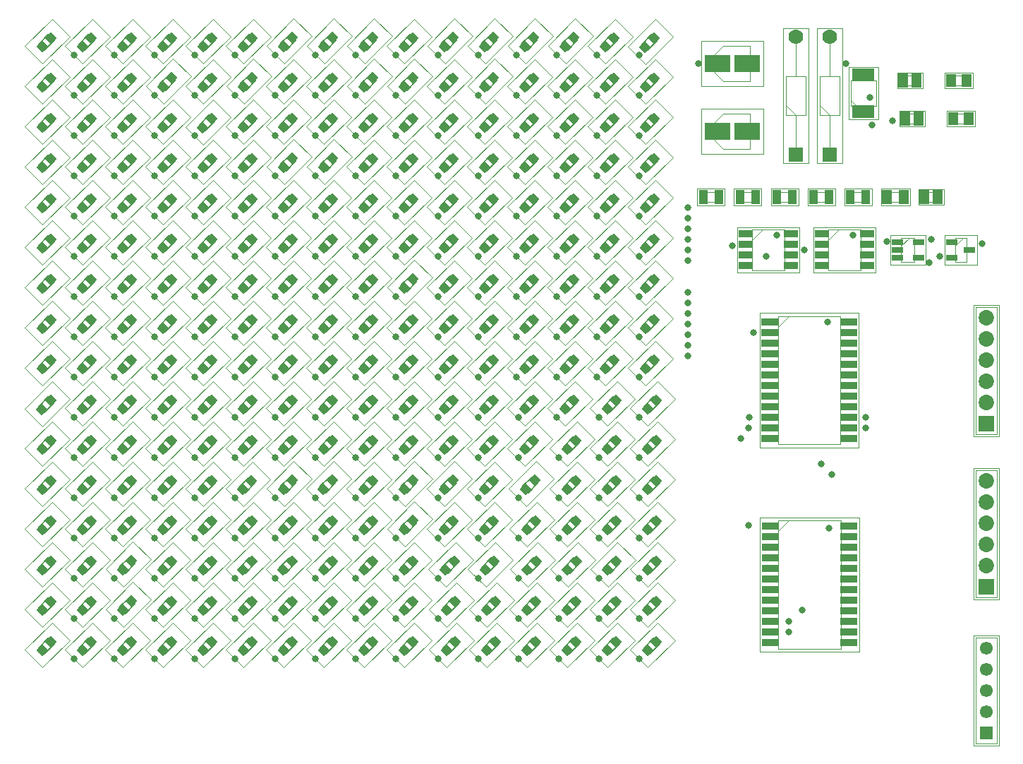
<source format=gts>
G04*
G04 #@! TF.GenerationSoftware,Altium Limited,Altium Designer,21.1.1 (26)*
G04*
G04 Layer_Color=8388736*
%FSLAX24Y24*%
%MOIN*%
G70*
G04*
G04 #@! TF.SameCoordinates,700B35B8-587A-4263-8D9C-AFCFB88697EE*
G04*
G04*
G04 #@! TF.FilePolarity,Negative*
G04*
G01*
G75*
%ADD10C,0.0039*%
%ADD11C,0.0079*%
%ADD13C,0.0020*%
%ADD25R,0.0848X0.0336*%
%ADD26P,0.0559X4X360.0*%
%ADD27R,0.0257X0.0631*%
%ADD28R,0.1222X0.0808*%
%ADD29R,0.0493X0.0631*%
%ADD30R,0.0513X0.0698*%
%ADD31R,0.0572X0.0316*%
%ADD32R,0.0434X0.0651*%
%ADD33R,0.0454X0.0651*%
%ADD34R,0.0552X0.0316*%
%ADD35R,0.0680X0.0356*%
%ADD36R,0.0730X0.0730*%
%ADD37C,0.0730*%
%ADD38R,0.0611X0.0611*%
%ADD39C,0.0611*%
%ADD40R,0.0700X0.0700*%
%ADD41C,0.0700*%
%ADD42C,0.0330*%
D10*
X46600Y7400D02*
X47600D01*
X46600D02*
Y13400D01*
X47600D01*
Y7400D02*
Y13400D01*
X46600Y500D02*
X47600D01*
X46600D02*
Y5500D01*
X47600D01*
Y500D02*
Y5500D01*
X46600Y15100D02*
X47600D01*
X46600D02*
Y21100D01*
X47600D01*
Y15100D02*
Y21100D01*
X37263Y20682D02*
X40216D01*
Y14619D02*
Y20682D01*
X37263Y14619D02*
X40216D01*
X37263D02*
Y20682D01*
Y20182D02*
X37763Y20682D01*
X40709Y30609D02*
Y31791D01*
X41891D01*
Y30609D02*
Y31791D01*
X40709Y30609D02*
X41891D01*
X40709Y30865D02*
X40965Y30609D01*
X34677Y30246D02*
X35946D01*
X34254Y29823D02*
X34677Y30246D01*
X34254Y28977D02*
Y29823D01*
Y28977D02*
X34677Y28554D01*
X35946D01*
Y30246D01*
X37637Y30160D02*
Y31991D01*
X38563D01*
Y30160D02*
Y31991D01*
X37637Y30160D02*
X38563D01*
X37637Y30623D02*
X38100Y30160D01*
Y28300D02*
Y30160D01*
Y31991D02*
Y33851D01*
X45506Y30246D02*
X46294D01*
Y29754D02*
Y30246D01*
X45506Y29754D02*
X46294D01*
X45506D02*
Y30246D01*
X43106Y32046D02*
X43894D01*
Y31554D02*
Y32046D01*
X43106Y31554D02*
X43894D01*
X43106D02*
Y32046D01*
X39237Y30160D02*
Y31991D01*
X40163D01*
Y30160D02*
Y31991D01*
X39237Y30160D02*
X40163D01*
X39237Y30623D02*
X39700Y30160D01*
Y28300D02*
Y30160D01*
Y31991D02*
Y33851D01*
X34677Y33446D02*
X35946D01*
X34254Y33023D02*
X34677Y33446D01*
X34254Y32177D02*
Y33023D01*
Y32177D02*
X34677Y31754D01*
X35946D01*
Y33446D01*
X45406Y32046D02*
X46194D01*
Y31554D02*
Y32046D01*
X45406Y31554D02*
X46194D01*
X45406D02*
Y32046D01*
X43206Y30246D02*
X43994D01*
Y29754D02*
Y30246D01*
X43206Y29754D02*
X43994D01*
X43206D02*
Y30246D01*
X45644Y24375D02*
X46156D01*
Y23225D02*
Y24375D01*
X45644Y23225D02*
X46156D01*
X45644D02*
Y24375D01*
Y23999D02*
X46020Y24375D01*
X44106Y26546D02*
X44894D01*
Y26054D02*
Y26546D01*
X44106Y26054D02*
X44894D01*
X44106D02*
Y26546D01*
X40650D02*
X41438D01*
Y26054D02*
Y26546D01*
X40650Y26054D02*
X41438D01*
X40650D02*
Y26546D01*
X38914D02*
X39702D01*
Y26054D02*
Y26546D01*
X38914Y26054D02*
X39702D01*
X38914D02*
Y26546D01*
X37178D02*
X37966D01*
Y26054D02*
Y26546D01*
X37178Y26054D02*
X37966D01*
X37178D02*
Y26546D01*
X35442D02*
X36230D01*
Y26054D02*
Y26546D01*
X35442Y26054D02*
X36230D01*
X35442D02*
Y26546D01*
X33706D02*
X34494D01*
Y26054D02*
Y26546D01*
X33706Y26054D02*
X34494D01*
X33706D02*
Y26546D01*
X42406D02*
X43213D01*
Y26054D02*
Y26546D01*
X42406Y26054D02*
X43213D01*
X42406D02*
Y26546D01*
X43085Y24371D02*
X43715D01*
Y23229D02*
Y24371D01*
X43085Y23229D02*
X43715D01*
X43085D02*
Y24371D01*
Y23997D02*
X43459Y24371D01*
X39632Y24765D02*
X41168D01*
Y22835D02*
Y24765D01*
X39632Y22835D02*
X41168D01*
X39632D02*
Y24765D01*
Y24265D02*
X40132Y24765D01*
X36032D02*
X37568D01*
Y22835D02*
Y24765D01*
X36032Y22835D02*
X37568D01*
X36032D02*
Y24765D01*
Y24265D02*
X36532Y24765D01*
X37284Y11032D02*
X40237D01*
Y4969D02*
Y11032D01*
X37284Y4969D02*
X40237D01*
X37284D02*
Y11032D01*
Y10532D02*
X37784Y11032D01*
X4878Y6214D02*
X5714Y5378D01*
X3584Y4919D02*
X4878Y6214D01*
X3584Y4919D02*
X4419Y4084D01*
X5714Y5378D01*
X14378Y6214D02*
X15214Y5378D01*
X13084Y4919D02*
X14378Y6214D01*
X13084Y4919D02*
X13919Y4084D01*
X15214Y5378D01*
X2519Y30684D02*
X3814Y31978D01*
X1684Y31519D02*
X2519Y30684D01*
X1684Y31519D02*
X2978Y32814D01*
X3814Y31978D01*
X4419Y30684D02*
X5714Y31978D01*
X3584Y31519D02*
X4419Y30684D01*
X3584Y31519D02*
X4878Y32814D01*
X5714Y31978D01*
X31019Y30684D02*
X32314Y31978D01*
X30184Y31519D02*
X31019Y30684D01*
X30184Y31519D02*
X31478Y32814D01*
X32314Y31978D01*
X25319Y30684D02*
X26614Y31978D01*
X24484Y31519D02*
X25319Y30684D01*
X24484Y31519D02*
X25778Y32814D01*
X26614Y31978D01*
X29119Y30684D02*
X30414Y31978D01*
X28284Y31519D02*
X29119Y30684D01*
X28284Y31519D02*
X29578Y32814D01*
X30414Y31978D01*
X27219Y30684D02*
X28514Y31978D01*
X26384Y31519D02*
X27219Y30684D01*
X26384Y31519D02*
X27678Y32814D01*
X28514Y31978D01*
X19628Y30693D02*
X20922Y31987D01*
X18793Y31528D02*
X19628Y30693D01*
X18793Y31528D02*
X20087Y32822D01*
X20922Y31987D01*
X13919Y30684D02*
X15214Y31978D01*
X13084Y31519D02*
X13919Y30684D01*
X13084Y31519D02*
X14378Y32814D01*
X15214Y31978D01*
X15819Y30684D02*
X17114Y31978D01*
X14984Y31519D02*
X15819Y30684D01*
X14984Y31519D02*
X16278Y32814D01*
X17114Y31978D01*
X21519Y30684D02*
X22814Y31978D01*
X20684Y31519D02*
X21519Y30684D01*
X20684Y31519D02*
X21978Y32814D01*
X22814Y31978D01*
X23428Y30693D02*
X24722Y31987D01*
X22593Y31528D02*
X23428Y30693D01*
X22593Y31528D02*
X23887Y32822D01*
X24722Y31987D01*
X17728Y30693D02*
X19022Y31987D01*
X16893Y31528D02*
X17728Y30693D01*
X16893Y31528D02*
X18187Y32822D01*
X19022Y31987D01*
X10119Y30684D02*
X11414Y31978D01*
X9284Y31519D02*
X10119Y30684D01*
X9284Y31519D02*
X10578Y32814D01*
X11414Y31978D01*
X12028Y30693D02*
X13322Y31987D01*
X11193Y31528D02*
X12028Y30693D01*
X11193Y31528D02*
X12487Y32822D01*
X13322Y31987D01*
X8228Y30693D02*
X9522Y31987D01*
X7393Y31528D02*
X8228Y30693D01*
X7393Y31528D02*
X8687Y32822D01*
X9522Y31987D01*
X6319Y30684D02*
X7614Y31978D01*
X5484Y31519D02*
X6319Y30684D01*
X5484Y31519D02*
X6778Y32814D01*
X7614Y31978D01*
X23519Y4084D02*
X24814Y5378D01*
X22684Y4919D02*
X23519Y4084D01*
X22684Y4919D02*
X23978Y6214D01*
X24814Y5378D01*
X6319Y4084D02*
X7614Y5378D01*
X5484Y4919D02*
X6319Y4084D01*
X5484Y4919D02*
X6778Y6214D01*
X7614Y5378D01*
X21619Y4084D02*
X22914Y5378D01*
X20784Y4919D02*
X21619Y4084D01*
X20784Y4919D02*
X22078Y6214D01*
X22914Y5378D01*
X27319Y4084D02*
X28614Y5378D01*
X26484Y4919D02*
X27319Y4084D01*
X26484Y4919D02*
X27778Y6214D01*
X28614Y5378D01*
X25419Y4084D02*
X26714Y5378D01*
X24584Y4919D02*
X25419Y4084D01*
X24584Y4919D02*
X25878Y6214D01*
X26714Y5378D01*
X19619Y4084D02*
X20914Y5378D01*
X18784Y4919D02*
X19619Y4084D01*
X18784Y4919D02*
X20078Y6214D01*
X20914Y5378D01*
X10119Y4084D02*
X11414Y5378D01*
X9284Y4919D02*
X10119Y4084D01*
X9284Y4919D02*
X10578Y6214D01*
X11414Y5378D01*
X12019Y4084D02*
X13314Y5378D01*
X11184Y4919D02*
X12019Y4084D01*
X11184Y4919D02*
X12478Y6214D01*
X13314Y5378D01*
X17719Y4084D02*
X19014Y5378D01*
X16884Y4919D02*
X17719Y4084D01*
X16884Y4919D02*
X18178Y6214D01*
X19014Y5378D01*
X8219Y4084D02*
X9514Y5378D01*
X7384Y4919D02*
X8219Y4084D01*
X7384Y4919D02*
X8678Y6214D01*
X9514Y5378D01*
X15819Y4084D02*
X17114Y5378D01*
X14984Y4919D02*
X15819Y4084D01*
X14984Y4919D02*
X16278Y6214D01*
X17114Y5378D01*
X2519Y4084D02*
X3814Y5378D01*
X1684Y4919D02*
X2519Y4084D01*
X1684Y4919D02*
X2978Y6214D01*
X3814Y5378D01*
X31119Y4084D02*
X32414Y5378D01*
X30284Y4919D02*
X31119Y4084D01*
X30284Y4919D02*
X31578Y6214D01*
X32414Y5378D01*
X29219Y4084D02*
X30514Y5378D01*
X28384Y4919D02*
X29219Y4084D01*
X28384Y4919D02*
X29678Y6214D01*
X30514Y5378D01*
X19619Y5984D02*
X20914Y7278D01*
X18784Y6819D02*
X19619Y5984D01*
X18784Y6819D02*
X20078Y8114D01*
X20914Y7278D01*
X31119Y5984D02*
X32414Y7278D01*
X30284Y6819D02*
X31119Y5984D01*
X30284Y6819D02*
X31578Y8114D01*
X32414Y7278D01*
X21619Y5984D02*
X22914Y7278D01*
X20784Y6819D02*
X21619Y5984D01*
X20784Y6819D02*
X22078Y8114D01*
X22914Y7278D01*
X23519Y5984D02*
X24814Y7278D01*
X22684Y6819D02*
X23519Y5984D01*
X22684Y6819D02*
X23978Y8114D01*
X24814Y7278D01*
X6328Y5993D02*
X7622Y7287D01*
X5493Y6828D02*
X6328Y5993D01*
X5493Y6828D02*
X6787Y8122D01*
X7622Y7287D01*
X17719Y5984D02*
X19014Y7278D01*
X16884Y6819D02*
X17719Y5984D01*
X16884Y6819D02*
X18178Y8114D01*
X19014Y7278D01*
X13919Y5984D02*
X15214Y7278D01*
X13084Y6819D02*
X13919Y5984D01*
X13084Y6819D02*
X14378Y8114D01*
X15214Y7278D01*
X10119Y5984D02*
X11414Y7278D01*
X9284Y6819D02*
X10119Y5984D01*
X9284Y6819D02*
X10578Y8114D01*
X11414Y7278D01*
X12019Y5984D02*
X13314Y7278D01*
X11184Y6819D02*
X12019Y5984D01*
X11184Y6819D02*
X12478Y8114D01*
X13314Y7278D01*
X8219Y5984D02*
X9514Y7278D01*
X7384Y6819D02*
X8219Y5984D01*
X7384Y6819D02*
X8678Y8114D01*
X9514Y7278D01*
X2519Y5984D02*
X3814Y7278D01*
X1684Y6819D02*
X2519Y5984D01*
X1684Y6819D02*
X2978Y8114D01*
X3814Y7278D01*
X15819Y5984D02*
X17114Y7278D01*
X14984Y6819D02*
X15819Y5984D01*
X14984Y6819D02*
X16278Y8114D01*
X17114Y7278D01*
X25419Y5984D02*
X26714Y7278D01*
X24584Y6819D02*
X25419Y5984D01*
X24584Y6819D02*
X25878Y8114D01*
X26714Y7278D01*
X27319Y5984D02*
X28614Y7278D01*
X26484Y6819D02*
X27319Y5984D01*
X26484Y6819D02*
X27778Y8114D01*
X28614Y7278D01*
X4419Y5984D02*
X5714Y7278D01*
X3584Y6819D02*
X4419Y5984D01*
X3584Y6819D02*
X4878Y8114D01*
X5714Y7278D01*
X29219Y5984D02*
X30514Y7278D01*
X28384Y6819D02*
X29219Y5984D01*
X28384Y6819D02*
X29678Y8114D01*
X30514Y7278D01*
X17719Y7884D02*
X19014Y9178D01*
X16884Y8719D02*
X17719Y7884D01*
X16884Y8719D02*
X18178Y10014D01*
X19014Y9178D01*
X19619Y7884D02*
X20914Y9178D01*
X18784Y8719D02*
X19619Y7884D01*
X18784Y8719D02*
X20078Y10014D01*
X20914Y9178D01*
X8219Y7884D02*
X9514Y9178D01*
X7384Y8719D02*
X8219Y7884D01*
X7384Y8719D02*
X8678Y10014D01*
X9514Y9178D01*
X2519Y7884D02*
X3814Y9178D01*
X1684Y8719D02*
X2519Y7884D01*
X1684Y8719D02*
X2978Y10014D01*
X3814Y9178D01*
X10119Y7884D02*
X11414Y9178D01*
X9284Y8719D02*
X10119Y7884D01*
X9284Y8719D02*
X10578Y10014D01*
X11414Y9178D01*
X29228Y7884D02*
X30523Y9178D01*
X28393Y8719D02*
X29228Y7884D01*
X28393Y8719D02*
X29687Y10014D01*
X30523Y9178D01*
X12010Y7884D02*
X13304Y9178D01*
X11175Y8719D02*
X12010Y7884D01*
X11175Y8719D02*
X12469Y10014D01*
X13304Y9178D01*
X13901Y7884D02*
X15195Y9178D01*
X13066Y8719D02*
X13901Y7884D01*
X13066Y8719D02*
X14360Y10014D01*
X15195Y9178D01*
X4419Y7884D02*
X5714Y9178D01*
X3584Y8719D02*
X4419Y7884D01*
X3584Y8719D02*
X4878Y10014D01*
X5714Y9178D01*
X15819Y7884D02*
X17114Y9178D01*
X14984Y8719D02*
X15819Y7884D01*
X14984Y8719D02*
X16278Y10014D01*
X17114Y9178D01*
X27337Y7884D02*
X28632Y9178D01*
X26502Y8719D02*
X27337Y7884D01*
X26502Y8719D02*
X27797Y10014D01*
X28632Y9178D01*
X25446Y7884D02*
X26741Y9178D01*
X24611Y8719D02*
X25446Y7884D01*
X24611Y8719D02*
X25906Y10014D01*
X26741Y9178D01*
X31119Y7884D02*
X32414Y9178D01*
X30284Y8719D02*
X31119Y7884D01*
X30284Y8719D02*
X31578Y10014D01*
X32414Y9178D01*
X21565Y7884D02*
X22859Y9178D01*
X20729Y8719D02*
X21565Y7884D01*
X20729Y8719D02*
X22024Y10014D01*
X22859Y9178D01*
X6328Y7893D02*
X7622Y9187D01*
X5493Y8728D02*
X6328Y7893D01*
X5493Y8728D02*
X6787Y10022D01*
X7622Y9187D01*
X23455Y7884D02*
X24750Y9178D01*
X22620Y8719D02*
X23455Y7884D01*
X22620Y8719D02*
X23915Y10014D01*
X24750Y9178D01*
X2519Y9784D02*
X3814Y11078D01*
X1684Y10619D02*
X2519Y9784D01*
X1684Y10619D02*
X2978Y11914D01*
X3814Y11078D01*
X29219Y9784D02*
X30514Y11078D01*
X28384Y10619D02*
X29219Y9784D01*
X28384Y10619D02*
X29678Y11914D01*
X30514Y11078D01*
X10119Y9784D02*
X11414Y11078D01*
X9284Y10619D02*
X10119Y9784D01*
X9284Y10619D02*
X10578Y11914D01*
X11414Y11078D01*
X6319Y9784D02*
X7614Y11078D01*
X5484Y10619D02*
X6319Y9784D01*
X5484Y10619D02*
X6778Y11914D01*
X7614Y11078D01*
X25419Y9784D02*
X26714Y11078D01*
X24584Y10619D02*
X25419Y9784D01*
X24584Y10619D02*
X25878Y11914D01*
X26714Y11078D01*
X15819Y9784D02*
X17114Y11078D01*
X14984Y10619D02*
X15819Y9784D01*
X14984Y10619D02*
X16278Y11914D01*
X17114Y11078D01*
X13919Y9784D02*
X15214Y11078D01*
X13084Y10619D02*
X13919Y9784D01*
X13084Y10619D02*
X14378Y11914D01*
X15214Y11078D01*
X23419Y9784D02*
X24714Y11078D01*
X22584Y10619D02*
X23419Y9784D01*
X22584Y10619D02*
X23878Y11914D01*
X24714Y11078D01*
X12019Y9784D02*
X13314Y11078D01*
X11184Y10619D02*
X12019Y9784D01*
X11184Y10619D02*
X12478Y11914D01*
X13314Y11078D01*
X31119Y9784D02*
X32414Y11078D01*
X30284Y10619D02*
X31119Y9784D01*
X30284Y10619D02*
X31578Y11914D01*
X32414Y11078D01*
X19628Y9793D02*
X20922Y11087D01*
X18793Y10628D02*
X19628Y9793D01*
X18793Y10628D02*
X20087Y11922D01*
X20922Y11087D01*
X8219Y9784D02*
X9514Y11078D01*
X7384Y10619D02*
X8219Y9784D01*
X7384Y10619D02*
X8678Y11914D01*
X9514Y11078D01*
X17719Y9784D02*
X19014Y11078D01*
X16884Y10619D02*
X17719Y9784D01*
X16884Y10619D02*
X18178Y11914D01*
X19014Y11078D01*
X4419Y9784D02*
X5714Y11078D01*
X3584Y10619D02*
X4419Y9784D01*
X3584Y10619D02*
X4878Y11914D01*
X5714Y11078D01*
X27319Y9784D02*
X28614Y11078D01*
X26484Y10619D02*
X27319Y9784D01*
X26484Y10619D02*
X27778Y11914D01*
X28614Y11078D01*
X21519Y9784D02*
X22814Y11078D01*
X20684Y10619D02*
X21519Y9784D01*
X20684Y10619D02*
X21978Y11914D01*
X22814Y11078D01*
X25364Y11693D02*
X26659Y12987D01*
X24529Y12528D02*
X25364Y11693D01*
X24529Y12528D02*
X25824Y13822D01*
X26659Y12987D01*
X29219Y11684D02*
X30514Y12978D01*
X28384Y12519D02*
X29219Y11684D01*
X28384Y12519D02*
X29678Y13814D01*
X30514Y12978D01*
X11992Y11684D02*
X13286Y12978D01*
X11157Y12519D02*
X11992Y11684D01*
X11157Y12519D02*
X12451Y13814D01*
X13286Y12978D01*
X27319Y11684D02*
X28614Y12978D01*
X26484Y12519D02*
X27319Y11684D01*
X26484Y12519D02*
X27778Y13814D01*
X28614Y12978D01*
X17719Y11684D02*
X19014Y12978D01*
X16884Y12519D02*
X17719Y11684D01*
X16884Y12519D02*
X18178Y13814D01*
X19014Y12978D01*
X21519Y11693D02*
X22813Y12987D01*
X20684Y12528D02*
X21519Y11693D01*
X20684Y12528D02*
X21978Y13822D01*
X22813Y12987D01*
X19628Y11693D02*
X20922Y12987D01*
X18793Y12528D02*
X19628Y11693D01*
X18793Y12528D02*
X20087Y13822D01*
X20922Y12987D01*
X23419Y11684D02*
X24714Y12978D01*
X22584Y12519D02*
X23419Y11684D01*
X22584Y12519D02*
X23878Y13814D01*
X24714Y12978D01*
X13928Y11693D02*
X15222Y12987D01*
X13093Y12528D02*
X13928Y11693D01*
X13093Y12528D02*
X14387Y13822D01*
X15222Y12987D01*
X31119Y11684D02*
X32414Y12978D01*
X30284Y12519D02*
X31119Y11684D01*
X30284Y12519D02*
X31578Y13814D01*
X32414Y12978D01*
X15801Y11693D02*
X17095Y12987D01*
X14965Y12528D02*
X15801Y11693D01*
X14965Y12528D02*
X16260Y13822D01*
X17095Y12987D01*
X6319Y11684D02*
X7614Y12978D01*
X5484Y12519D02*
X6319Y11684D01*
X5484Y12519D02*
X6778Y13814D01*
X7614Y12978D01*
X2519Y11684D02*
X3814Y12978D01*
X1684Y12519D02*
X2519Y11684D01*
X1684Y12519D02*
X2978Y13814D01*
X3814Y12978D01*
X10119Y11684D02*
X11414Y12978D01*
X9284Y12519D02*
X10119Y11684D01*
X9284Y12519D02*
X10578Y13814D01*
X11414Y12978D01*
X4419Y11684D02*
X5714Y12978D01*
X3584Y12519D02*
X4419Y11684D01*
X3584Y12519D02*
X4878Y13814D01*
X5714Y12978D01*
X8219Y11684D02*
X9514Y12978D01*
X7384Y12519D02*
X8219Y11684D01*
X7384Y12519D02*
X8678Y13814D01*
X9514Y12978D01*
X10119Y13584D02*
X11414Y14878D01*
X9284Y14419D02*
X10119Y13584D01*
X9284Y14419D02*
X10578Y15714D01*
X11414Y14878D01*
X12019Y13584D02*
X13314Y14878D01*
X11184Y14419D02*
X12019Y13584D01*
X11184Y14419D02*
X12478Y15714D01*
X13314Y14878D01*
X29219Y13584D02*
X30514Y14878D01*
X28384Y14419D02*
X29219Y13584D01*
X28384Y14419D02*
X29678Y15714D01*
X30514Y14878D01*
X21519Y13584D02*
X22814Y14878D01*
X20684Y14419D02*
X21519Y13584D01*
X20684Y14419D02*
X21978Y15714D01*
X22814Y14878D01*
X8219Y13584D02*
X9514Y14878D01*
X7384Y14419D02*
X8219Y13584D01*
X7384Y14419D02*
X8678Y15714D01*
X9514Y14878D01*
X27319Y13584D02*
X28614Y14878D01*
X26484Y14419D02*
X27319Y13584D01*
X26484Y14419D02*
X27778Y15714D01*
X28614Y14878D01*
X4419Y13584D02*
X5714Y14878D01*
X3584Y14419D02*
X4419Y13584D01*
X3584Y14419D02*
X4878Y15714D01*
X5714Y14878D01*
X2519Y13584D02*
X3814Y14878D01*
X1684Y14419D02*
X2519Y13584D01*
X1684Y14419D02*
X2978Y15714D01*
X3814Y14878D01*
X23419Y13584D02*
X24714Y14878D01*
X22584Y14419D02*
X23419Y13584D01*
X22584Y14419D02*
X23878Y15714D01*
X24714Y14878D01*
X19619Y13584D02*
X20914Y14878D01*
X18784Y14419D02*
X19619Y13584D01*
X18784Y14419D02*
X20078Y15714D01*
X20914Y14878D01*
X31119Y13584D02*
X32414Y14878D01*
X30284Y14419D02*
X31119Y13584D01*
X30284Y14419D02*
X31578Y15714D01*
X32414Y14878D01*
X25319Y13584D02*
X26614Y14878D01*
X24484Y14419D02*
X25319Y13584D01*
X24484Y14419D02*
X25778Y15714D01*
X26614Y14878D01*
X13919Y13584D02*
X15214Y14878D01*
X13084Y14419D02*
X13919Y13584D01*
X13084Y14419D02*
X14378Y15714D01*
X15214Y14878D01*
X6319Y13584D02*
X7614Y14878D01*
X5484Y14419D02*
X6319Y13584D01*
X5484Y14419D02*
X6778Y15714D01*
X7614Y14878D01*
X17719Y13584D02*
X19014Y14878D01*
X16884Y14419D02*
X17719Y13584D01*
X16884Y14419D02*
X18178Y15714D01*
X19014Y14878D01*
X23419Y15484D02*
X24714Y16778D01*
X22584Y16319D02*
X23419Y15484D01*
X22584Y16319D02*
X23878Y17614D01*
X24714Y16778D01*
X25319Y15484D02*
X26614Y16778D01*
X24484Y16319D02*
X25319Y15484D01*
X24484Y16319D02*
X25778Y17614D01*
X26614Y16778D01*
X13919Y15484D02*
X15214Y16778D01*
X13084Y16319D02*
X13919Y15484D01*
X13084Y16319D02*
X14378Y17614D01*
X15214Y16778D01*
X31119Y15484D02*
X32414Y16778D01*
X30284Y16319D02*
X31119Y15484D01*
X30284Y16319D02*
X31578Y17614D01*
X32414Y16778D01*
X27219Y15484D02*
X28514Y16778D01*
X26384Y16319D02*
X27219Y15484D01*
X26384Y16319D02*
X27678Y17614D01*
X28514Y16778D01*
X4419Y15484D02*
X5714Y16778D01*
X3584Y16319D02*
X4419Y15484D01*
X3584Y16319D02*
X4878Y17614D01*
X5714Y16778D01*
X21519Y15484D02*
X22814Y16778D01*
X20684Y16319D02*
X21519Y15484D01*
X20684Y16319D02*
X21978Y17614D01*
X22814Y16778D01*
X15819Y15484D02*
X17114Y16778D01*
X14984Y16319D02*
X15819Y15484D01*
X14984Y16319D02*
X16278Y17614D01*
X17114Y16778D01*
X10119Y15484D02*
X11414Y16778D01*
X9284Y16319D02*
X10119Y15484D01*
X9284Y16319D02*
X10578Y17614D01*
X11414Y16778D01*
X6319Y15484D02*
X7614Y16778D01*
X5484Y16319D02*
X6319Y15484D01*
X5484Y16319D02*
X6778Y17614D01*
X7614Y16778D01*
X12019Y15484D02*
X13314Y16778D01*
X11184Y16319D02*
X12019Y15484D01*
X11184Y16319D02*
X12478Y17614D01*
X13314Y16778D01*
X2510Y15475D02*
X3805Y16770D01*
X1675Y16310D02*
X2510Y15475D01*
X1675Y16310D02*
X2970Y17605D01*
X3805Y16770D01*
X19619Y15484D02*
X20914Y16778D01*
X18784Y16319D02*
X19619Y15484D01*
X18784Y16319D02*
X20078Y17614D01*
X20914Y16778D01*
X8219Y15484D02*
X9514Y16778D01*
X7384Y16319D02*
X8219Y15484D01*
X7384Y16319D02*
X8678Y17614D01*
X9514Y16778D01*
X29219Y15484D02*
X30514Y16778D01*
X28384Y16319D02*
X29219Y15484D01*
X28384Y16319D02*
X29678Y17614D01*
X30514Y16778D01*
X17719Y15484D02*
X19014Y16778D01*
X16884Y16319D02*
X17719Y15484D01*
X16884Y16319D02*
X18178Y17614D01*
X19014Y16778D01*
X25319Y17384D02*
X26614Y18678D01*
X24484Y18219D02*
X25319Y17384D01*
X24484Y18219D02*
X25778Y19514D01*
X26614Y18678D01*
X21519Y17384D02*
X22814Y18678D01*
X20684Y18219D02*
X21519Y17384D01*
X20684Y18219D02*
X21978Y19514D01*
X22814Y18678D01*
X6319Y17384D02*
X7614Y18678D01*
X5484Y18219D02*
X6319Y17384D01*
X5484Y18219D02*
X6778Y19514D01*
X7614Y18678D01*
X19619Y17384D02*
X20914Y18678D01*
X18784Y18219D02*
X19619Y17384D01*
X18784Y18219D02*
X20078Y19514D01*
X20914Y18678D01*
X8219Y17384D02*
X9514Y18678D01*
X7384Y18219D02*
X8219Y17384D01*
X7384Y18219D02*
X8678Y19514D01*
X9514Y18678D01*
X23419Y17384D02*
X24714Y18678D01*
X22584Y18219D02*
X23419Y17384D01*
X22584Y18219D02*
X23878Y19514D01*
X24714Y18678D01*
X17719Y17384D02*
X19014Y18678D01*
X16884Y18219D02*
X17719Y17384D01*
X16884Y18219D02*
X18178Y19514D01*
X19014Y18678D01*
X12019Y17384D02*
X13314Y18678D01*
X11184Y18219D02*
X12019Y17384D01*
X11184Y18219D02*
X12478Y19514D01*
X13314Y18678D01*
X10119Y17384D02*
X11414Y18678D01*
X9284Y18219D02*
X10119Y17384D01*
X9284Y18219D02*
X10578Y19514D01*
X11414Y18678D01*
X27219Y17384D02*
X28514Y18678D01*
X26384Y18219D02*
X27219Y17384D01*
X26384Y18219D02*
X27678Y19514D01*
X28514Y18678D01*
X29119Y17384D02*
X30414Y18678D01*
X28284Y18219D02*
X29119Y17384D01*
X28284Y18219D02*
X29578Y19514D01*
X30414Y18678D01*
X13919Y17384D02*
X15214Y18678D01*
X13084Y18219D02*
X13919Y17384D01*
X13084Y18219D02*
X14378Y19514D01*
X15214Y18678D01*
X2519Y17384D02*
X3814Y18678D01*
X1684Y18219D02*
X2519Y17384D01*
X1684Y18219D02*
X2978Y19514D01*
X3814Y18678D01*
X15819Y17384D02*
X17114Y18678D01*
X14984Y18219D02*
X15819Y17384D01*
X14984Y18219D02*
X16278Y19514D01*
X17114Y18678D01*
X31019Y17384D02*
X32314Y18678D01*
X30184Y18219D02*
X31019Y17384D01*
X30184Y18219D02*
X31478Y19514D01*
X32314Y18678D01*
X4419Y17384D02*
X5714Y18678D01*
X3584Y18219D02*
X4419Y17384D01*
X3584Y18219D02*
X4878Y19514D01*
X5714Y18678D01*
X19619Y19284D02*
X20914Y20578D01*
X18784Y20119D02*
X19619Y19284D01*
X18784Y20119D02*
X20078Y21414D01*
X20914Y20578D01*
X2519Y19284D02*
X3814Y20578D01*
X1684Y20119D02*
X2519Y19284D01*
X1684Y20119D02*
X2978Y21414D01*
X3814Y20578D01*
X21519Y19284D02*
X22814Y20578D01*
X20684Y20119D02*
X21519Y19284D01*
X20684Y20119D02*
X21978Y21414D01*
X22814Y20578D01*
X10119Y19284D02*
X11414Y20578D01*
X9284Y20119D02*
X10119Y19284D01*
X9284Y20119D02*
X10578Y21414D01*
X11414Y20578D01*
X6319Y19284D02*
X7614Y20578D01*
X5484Y20119D02*
X6319Y19284D01*
X5484Y20119D02*
X6778Y21414D01*
X7614Y20578D01*
X12019Y19284D02*
X13314Y20578D01*
X11184Y20119D02*
X12019Y19284D01*
X11184Y20119D02*
X12478Y21414D01*
X13314Y20578D01*
X31019Y19284D02*
X32314Y20578D01*
X30184Y20119D02*
X31019Y19284D01*
X30184Y20119D02*
X31478Y21414D01*
X32314Y20578D01*
X17719Y19284D02*
X19014Y20578D01*
X16884Y20119D02*
X17719Y19284D01*
X16884Y20119D02*
X18178Y21414D01*
X19014Y20578D01*
X27219Y19284D02*
X28514Y20578D01*
X26384Y20119D02*
X27219Y19284D01*
X26384Y20119D02*
X27678Y21414D01*
X28514Y20578D01*
X23419Y19284D02*
X24714Y20578D01*
X22584Y20119D02*
X23419Y19284D01*
X22584Y20119D02*
X23878Y21414D01*
X24714Y20578D01*
X4419Y19284D02*
X5714Y20578D01*
X3584Y20119D02*
X4419Y19284D01*
X3584Y20119D02*
X4878Y21414D01*
X5714Y20578D01*
X8219Y19284D02*
X9514Y20578D01*
X7384Y20119D02*
X8219Y19284D01*
X7384Y20119D02*
X8678Y21414D01*
X9514Y20578D01*
X25319Y19284D02*
X26614Y20578D01*
X24484Y20119D02*
X25319Y19284D01*
X24484Y20119D02*
X25778Y21414D01*
X26614Y20578D01*
X13919Y19284D02*
X15214Y20578D01*
X13084Y20119D02*
X13919Y19284D01*
X13084Y20119D02*
X14378Y21414D01*
X15214Y20578D01*
X29119Y19284D02*
X30414Y20578D01*
X28284Y20119D02*
X29119Y19284D01*
X28284Y20119D02*
X29578Y21414D01*
X30414Y20578D01*
X15819Y19284D02*
X17114Y20578D01*
X14984Y20119D02*
X15819Y19284D01*
X14984Y20119D02*
X16278Y21414D01*
X17114Y20578D01*
X25319Y21184D02*
X26614Y22478D01*
X24484Y22019D02*
X25319Y21184D01*
X24484Y22019D02*
X25778Y23314D01*
X26614Y22478D01*
X4419Y21184D02*
X5714Y22478D01*
X3584Y22019D02*
X4419Y21184D01*
X3584Y22019D02*
X4878Y23314D01*
X5714Y22478D01*
X31019Y21184D02*
X32314Y22478D01*
X30184Y22019D02*
X31019Y21184D01*
X30184Y22019D02*
X31478Y23314D01*
X32314Y22478D01*
X27219Y21184D02*
X28514Y22478D01*
X26384Y22019D02*
X27219Y21184D01*
X26384Y22019D02*
X27678Y23314D01*
X28514Y22478D01*
X23419Y21184D02*
X24714Y22478D01*
X22584Y22019D02*
X23419Y21184D01*
X22584Y22019D02*
X23878Y23314D01*
X24714Y22478D01*
X29119Y21184D02*
X30414Y22478D01*
X28284Y22019D02*
X29119Y21184D01*
X28284Y22019D02*
X29578Y23314D01*
X30414Y22478D01*
X6319Y21184D02*
X7614Y22478D01*
X5484Y22019D02*
X6319Y21184D01*
X5484Y22019D02*
X6778Y23314D01*
X7614Y22478D01*
X21519Y21184D02*
X22814Y22478D01*
X20684Y22019D02*
X21519Y21184D01*
X20684Y22019D02*
X21978Y23314D01*
X22814Y22478D01*
X2519Y21184D02*
X3814Y22478D01*
X1684Y22019D02*
X2519Y21184D01*
X1684Y22019D02*
X2978Y23314D01*
X3814Y22478D01*
X13919Y21184D02*
X15214Y22478D01*
X13084Y22019D02*
X13919Y21184D01*
X13084Y22019D02*
X14378Y23314D01*
X15214Y22478D01*
X10119Y21184D02*
X11414Y22478D01*
X9284Y22019D02*
X10119Y21184D01*
X9284Y22019D02*
X10578Y23314D01*
X11414Y22478D01*
X15819Y21184D02*
X17114Y22478D01*
X14984Y22019D02*
X15819Y21184D01*
X14984Y22019D02*
X16278Y23314D01*
X17114Y22478D01*
X17719Y21184D02*
X19014Y22478D01*
X16884Y22019D02*
X17719Y21184D01*
X16884Y22019D02*
X18178Y23314D01*
X19014Y22478D01*
X8219Y21184D02*
X9514Y22478D01*
X7384Y22019D02*
X8219Y21184D01*
X7384Y22019D02*
X8678Y23314D01*
X9514Y22478D01*
X19628Y21193D02*
X20922Y22487D01*
X18793Y22028D02*
X19628Y21193D01*
X18793Y22028D02*
X20087Y23322D01*
X20922Y22487D01*
X12019Y21184D02*
X13314Y22478D01*
X11184Y22019D02*
X12019Y21184D01*
X11184Y22019D02*
X12478Y23314D01*
X13314Y22478D01*
X4419Y23084D02*
X5714Y24378D01*
X3584Y23919D02*
X4419Y23084D01*
X3584Y23919D02*
X4878Y25214D01*
X5714Y24378D01*
X15819Y23084D02*
X17114Y24378D01*
X14984Y23919D02*
X15819Y23084D01*
X14984Y23919D02*
X16278Y25214D01*
X17114Y24378D01*
X23419Y23084D02*
X24714Y24378D01*
X22584Y23919D02*
X23419Y23084D01*
X22584Y23919D02*
X23878Y25214D01*
X24714Y24378D01*
X17719Y23084D02*
X19014Y24378D01*
X16884Y23919D02*
X17719Y23084D01*
X16884Y23919D02*
X18178Y25214D01*
X19014Y24378D01*
X31019Y23084D02*
X32314Y24378D01*
X30184Y23919D02*
X31019Y23084D01*
X30184Y23919D02*
X31478Y25214D01*
X32314Y24378D01*
X10119Y23084D02*
X11414Y24378D01*
X9284Y23919D02*
X10119Y23084D01*
X9284Y23919D02*
X10578Y25214D01*
X11414Y24378D01*
X27219Y23084D02*
X28514Y24378D01*
X26384Y23919D02*
X27219Y23084D01*
X26384Y23919D02*
X27678Y25214D01*
X28514Y24378D01*
X2519Y23084D02*
X3814Y24378D01*
X1684Y23919D02*
X2519Y23084D01*
X1684Y23919D02*
X2978Y25214D01*
X3814Y24378D01*
X29119Y23084D02*
X30414Y24378D01*
X28284Y23919D02*
X29119Y23084D01*
X28284Y23919D02*
X29578Y25214D01*
X30414Y24378D01*
X12019Y23084D02*
X13314Y24378D01*
X11184Y23919D02*
X12019Y23084D01*
X11184Y23919D02*
X12478Y25214D01*
X13314Y24378D01*
X8219Y23084D02*
X9514Y24378D01*
X7384Y23919D02*
X8219Y23084D01*
X7384Y23919D02*
X8678Y25214D01*
X9514Y24378D01*
X25319Y23084D02*
X26614Y24378D01*
X24484Y23919D02*
X25319Y23084D01*
X24484Y23919D02*
X25778Y25214D01*
X26614Y24378D01*
X13919Y23084D02*
X15214Y24378D01*
X13084Y23919D02*
X13919Y23084D01*
X13084Y23919D02*
X14378Y25214D01*
X15214Y24378D01*
X6319Y23084D02*
X7614Y24378D01*
X5484Y23919D02*
X6319Y23084D01*
X5484Y23919D02*
X6778Y25214D01*
X7614Y24378D01*
X21519Y23084D02*
X22814Y24378D01*
X20684Y23919D02*
X21519Y23084D01*
X20684Y23919D02*
X21978Y25214D01*
X22814Y24378D01*
X19619Y23084D02*
X20914Y24378D01*
X18784Y23919D02*
X19619Y23084D01*
X18784Y23919D02*
X20078Y25214D01*
X20914Y24378D01*
X25319Y24984D02*
X26614Y26278D01*
X24484Y25819D02*
X25319Y24984D01*
X24484Y25819D02*
X25778Y27114D01*
X26614Y26278D01*
X19619Y24984D02*
X20914Y26278D01*
X18784Y25819D02*
X19619Y24984D01*
X18784Y25819D02*
X20078Y27114D01*
X20914Y26278D01*
X15819Y24984D02*
X17114Y26278D01*
X14984Y25819D02*
X15819Y24984D01*
X14984Y25819D02*
X16278Y27114D01*
X17114Y26278D01*
X8219Y24984D02*
X9514Y26278D01*
X7384Y25819D02*
X8219Y24984D01*
X7384Y25819D02*
X8678Y27114D01*
X9514Y26278D01*
X23419Y24984D02*
X24714Y26278D01*
X22584Y25819D02*
X23419Y24984D01*
X22584Y25819D02*
X23878Y27114D01*
X24714Y26278D01*
X12019Y24984D02*
X13314Y26278D01*
X11184Y25819D02*
X12019Y24984D01*
X11184Y25819D02*
X12478Y27114D01*
X13314Y26278D01*
X17719Y24984D02*
X19014Y26278D01*
X16884Y25819D02*
X17719Y24984D01*
X16884Y25819D02*
X18178Y27114D01*
X19014Y26278D01*
X2519Y24984D02*
X3814Y26278D01*
X1684Y25819D02*
X2519Y24984D01*
X1684Y25819D02*
X2978Y27114D01*
X3814Y26278D01*
X29119Y24984D02*
X30414Y26278D01*
X28284Y25819D02*
X29119Y24984D01*
X28284Y25819D02*
X29578Y27114D01*
X30414Y26278D01*
X10119Y24984D02*
X11414Y26278D01*
X9284Y25819D02*
X10119Y24984D01*
X9284Y25819D02*
X10578Y27114D01*
X11414Y26278D01*
X4419Y24984D02*
X5714Y26278D01*
X3584Y25819D02*
X4419Y24984D01*
X3584Y25819D02*
X4878Y27114D01*
X5714Y26278D01*
X31019Y24984D02*
X32314Y26278D01*
X30184Y25819D02*
X31019Y24984D01*
X30184Y25819D02*
X31478Y27114D01*
X32314Y26278D01*
X13919Y24984D02*
X15214Y26278D01*
X13084Y25819D02*
X13919Y24984D01*
X13084Y25819D02*
X14378Y27114D01*
X15214Y26278D01*
X27219Y24984D02*
X28514Y26278D01*
X26384Y25819D02*
X27219Y24984D01*
X26384Y25819D02*
X27678Y27114D01*
X28514Y26278D01*
X21519Y24984D02*
X22814Y26278D01*
X20684Y25819D02*
X21519Y24984D01*
X20684Y25819D02*
X21978Y27114D01*
X22814Y26278D01*
X6319Y24984D02*
X7614Y26278D01*
X5484Y25819D02*
X6319Y24984D01*
X5484Y25819D02*
X6778Y27114D01*
X7614Y26278D01*
X8219Y26884D02*
X9514Y28178D01*
X7384Y27719D02*
X8219Y26884D01*
X7384Y27719D02*
X8678Y29014D01*
X9514Y28178D01*
X27219Y26884D02*
X28514Y28178D01*
X26384Y27719D02*
X27219Y26884D01*
X26384Y27719D02*
X27678Y29014D01*
X28514Y28178D01*
X13928Y26893D02*
X15222Y28187D01*
X13093Y27728D02*
X13928Y26893D01*
X13093Y27728D02*
X14387Y29022D01*
X15222Y28187D01*
X2519Y26884D02*
X3814Y28178D01*
X1684Y27719D02*
X2519Y26884D01*
X1684Y27719D02*
X2978Y29014D01*
X3814Y28178D01*
X25319Y26884D02*
X26614Y28178D01*
X24484Y27719D02*
X25319Y26884D01*
X24484Y27719D02*
X25778Y29014D01*
X26614Y28178D01*
X23419Y26884D02*
X24714Y28178D01*
X22584Y27719D02*
X23419Y26884D01*
X22584Y27719D02*
X23878Y29014D01*
X24714Y28178D01*
X12019Y26884D02*
X13314Y28178D01*
X11184Y27719D02*
X12019Y26884D01*
X11184Y27719D02*
X12478Y29014D01*
X13314Y28178D01*
X6319Y26884D02*
X7614Y28178D01*
X5484Y27719D02*
X6319Y26884D01*
X5484Y27719D02*
X6778Y29014D01*
X7614Y28178D01*
X19619Y26884D02*
X20914Y28178D01*
X18784Y27719D02*
X19619Y26884D01*
X18784Y27719D02*
X20078Y29014D01*
X20914Y28178D01*
X31019Y26884D02*
X32314Y28178D01*
X30184Y27719D02*
X31019Y26884D01*
X30184Y27719D02*
X31478Y29014D01*
X32314Y28178D01*
X21519Y26884D02*
X22814Y28178D01*
X20684Y27719D02*
X21519Y26884D01*
X20684Y27719D02*
X21978Y29014D01*
X22814Y28178D01*
X10119Y26884D02*
X11414Y28178D01*
X9284Y27719D02*
X10119Y26884D01*
X9284Y27719D02*
X10578Y29014D01*
X11414Y28178D01*
X15828Y26893D02*
X17122Y28187D01*
X14993Y27728D02*
X15828Y26893D01*
X14993Y27728D02*
X16287Y29022D01*
X17122Y28187D01*
X17719Y26884D02*
X19014Y28178D01*
X16884Y27719D02*
X17719Y26884D01*
X16884Y27719D02*
X18178Y29014D01*
X19014Y28178D01*
X29119Y26884D02*
X30414Y28178D01*
X28284Y27719D02*
X29119Y26884D01*
X28284Y27719D02*
X29578Y29014D01*
X30414Y28178D01*
X4419Y26884D02*
X5714Y28178D01*
X3584Y27719D02*
X4419Y26884D01*
X3584Y27719D02*
X4878Y29014D01*
X5714Y28178D01*
X10110Y28775D02*
X11405Y30070D01*
X9275Y29610D02*
X10110Y28775D01*
X9275Y29610D02*
X10570Y30905D01*
X11405Y30070D01*
X12019Y28784D02*
X13314Y30078D01*
X11184Y29619D02*
X12019Y28784D01*
X11184Y29619D02*
X12478Y30914D01*
X13314Y30078D01*
X19619Y28784D02*
X20914Y30078D01*
X18784Y29619D02*
X19619Y28784D01*
X18784Y29619D02*
X20078Y30914D01*
X20914Y30078D01*
X27219Y28784D02*
X28514Y30078D01*
X26384Y29619D02*
X27219Y28784D01*
X26384Y29619D02*
X27678Y30914D01*
X28514Y30078D01*
X6319Y28784D02*
X7614Y30078D01*
X5484Y29619D02*
X6319Y28784D01*
X5484Y29619D02*
X6778Y30914D01*
X7614Y30078D01*
X29119Y28784D02*
X30414Y30078D01*
X28284Y29619D02*
X29119Y28784D01*
X28284Y29619D02*
X29578Y30914D01*
X30414Y30078D01*
X2519Y28784D02*
X3814Y30078D01*
X1684Y29619D02*
X2519Y28784D01*
X1684Y29619D02*
X2978Y30914D01*
X3814Y30078D01*
X31019Y28784D02*
X32314Y30078D01*
X30184Y29619D02*
X31019Y28784D01*
X30184Y29619D02*
X31478Y30914D01*
X32314Y30078D01*
X21519Y28784D02*
X22814Y30078D01*
X20684Y29619D02*
X21519Y28784D01*
X20684Y29619D02*
X21978Y30914D01*
X22814Y30078D01*
X8219Y28784D02*
X9514Y30078D01*
X7384Y29619D02*
X8219Y28784D01*
X7384Y29619D02*
X8678Y30914D01*
X9514Y30078D01*
X23419Y28784D02*
X24714Y30078D01*
X22584Y29619D02*
X23419Y28784D01*
X22584Y29619D02*
X23878Y30914D01*
X24714Y30078D01*
X25319Y28784D02*
X26614Y30078D01*
X24484Y29619D02*
X25319Y28784D01*
X24484Y29619D02*
X25778Y30914D01*
X26614Y30078D01*
X15819Y28784D02*
X17114Y30078D01*
X14984Y29619D02*
X15819Y28784D01*
X14984Y29619D02*
X16278Y30914D01*
X17114Y30078D01*
X4419Y28784D02*
X5714Y30078D01*
X3584Y29619D02*
X4419Y28784D01*
X3584Y29619D02*
X4878Y30914D01*
X5714Y30078D01*
X17719Y28784D02*
X19014Y30078D01*
X16884Y29619D02*
X17719Y28784D01*
X16884Y29619D02*
X18178Y30914D01*
X19014Y30078D01*
X13919Y28784D02*
X15214Y30078D01*
X13084Y29619D02*
X13919Y28784D01*
X13084Y29619D02*
X14378Y30914D01*
X15214Y30078D01*
X4419Y32584D02*
X5714Y33878D01*
X3584Y33419D02*
X4419Y32584D01*
X3584Y33419D02*
X4878Y34714D01*
X5714Y33878D01*
X6319Y32584D02*
X7614Y33878D01*
X5484Y33419D02*
X6319Y32584D01*
X5484Y33419D02*
X6778Y34714D01*
X7614Y33878D01*
X2519Y32584D02*
X3814Y33878D01*
X1684Y33419D02*
X2519Y32584D01*
X1684Y33419D02*
X2978Y34714D01*
X3814Y33878D01*
X21528Y32593D02*
X22822Y33887D01*
X20693Y33428D02*
X21528Y32593D01*
X20693Y33428D02*
X21987Y34722D01*
X22822Y33887D01*
X31010Y32575D02*
X32305Y33870D01*
X30175Y33410D02*
X31010Y32575D01*
X30175Y33410D02*
X31470Y34705D01*
X32305Y33870D01*
X25328Y32593D02*
X26622Y33887D01*
X24493Y33428D02*
X25328Y32593D01*
X24493Y33428D02*
X25787Y34722D01*
X26622Y33887D01*
X15828Y32593D02*
X17122Y33887D01*
X14993Y33428D02*
X15828Y32593D01*
X14993Y33428D02*
X16287Y34722D01*
X17122Y33887D01*
X12019Y32584D02*
X13314Y33878D01*
X11184Y33419D02*
X12019Y32584D01*
X11184Y33419D02*
X12478Y34714D01*
X13314Y33878D01*
X17728Y32593D02*
X19022Y33887D01*
X16893Y33428D02*
X17728Y32593D01*
X16893Y33428D02*
X18187Y34722D01*
X19022Y33887D01*
X8219Y32584D02*
X9514Y33878D01*
X7384Y33419D02*
X8219Y32584D01*
X7384Y33419D02*
X8678Y34714D01*
X9514Y33878D01*
X23428Y32593D02*
X24722Y33887D01*
X22593Y33428D02*
X23428Y32593D01*
X22593Y33428D02*
X23887Y34722D01*
X24722Y33887D01*
X13928Y32593D02*
X15222Y33887D01*
X13093Y33428D02*
X13928Y32593D01*
X13093Y33428D02*
X14387Y34722D01*
X15222Y33887D01*
X19619Y32584D02*
X20914Y33878D01*
X18784Y33419D02*
X19619Y32584D01*
X18784Y33419D02*
X20078Y34714D01*
X20914Y33878D01*
X10119Y32584D02*
X11414Y33878D01*
X9284Y33419D02*
X10119Y32584D01*
X9284Y33419D02*
X10578Y34714D01*
X11414Y33878D01*
X29119Y32584D02*
X30414Y33878D01*
X28284Y33419D02*
X29119Y32584D01*
X28284Y33419D02*
X29578Y34714D01*
X30414Y33878D01*
X27228Y32593D02*
X28522Y33887D01*
X26393Y33428D02*
X27228Y32593D01*
X26393Y33428D02*
X27687Y34722D01*
X28522Y33887D01*
X15819Y13584D02*
X17114Y14878D01*
X14984Y14419D02*
X15819Y13584D01*
X14984Y14419D02*
X16278Y15714D01*
X17114Y14878D01*
D11*
X4684Y5462D02*
X4962Y5184D01*
X4238Y5016D02*
X4684Y5462D01*
X4238Y5016D02*
X4516Y4738D01*
X4962Y5184D01*
X14184Y5462D02*
X14462Y5184D01*
X13738Y5016D02*
X14184Y5462D01*
X13738Y5016D02*
X14016Y4738D01*
X14462Y5184D01*
X2616Y31338D02*
X3062Y31784D01*
X2338Y31616D02*
X2616Y31338D01*
X2338Y31616D02*
X2784Y32062D01*
X3062Y31784D01*
X4516Y31338D02*
X4962Y31784D01*
X4238Y31616D02*
X4516Y31338D01*
X4238Y31616D02*
X4684Y32062D01*
X4962Y31784D01*
X31116Y31338D02*
X31562Y31784D01*
X30838Y31616D02*
X31116Y31338D01*
X30838Y31616D02*
X31284Y32062D01*
X31562Y31784D01*
X25416Y31338D02*
X25862Y31784D01*
X25138Y31616D02*
X25416Y31338D01*
X25138Y31616D02*
X25584Y32062D01*
X25862Y31784D01*
X29216Y31338D02*
X29662Y31784D01*
X28938Y31616D02*
X29216Y31338D01*
X28938Y31616D02*
X29384Y32062D01*
X29662Y31784D01*
X27316Y31338D02*
X27762Y31784D01*
X27038Y31616D02*
X27316Y31338D01*
X27038Y31616D02*
X27484Y32062D01*
X27762Y31784D01*
X19725Y31347D02*
X20171Y31792D01*
X19447Y31625D02*
X19725Y31347D01*
X19447Y31625D02*
X19892Y32071D01*
X20171Y31792D01*
X14016Y31338D02*
X14462Y31784D01*
X13738Y31616D02*
X14016Y31338D01*
X13738Y31616D02*
X14184Y32062D01*
X14462Y31784D01*
X15916Y31338D02*
X16362Y31784D01*
X15638Y31616D02*
X15916Y31338D01*
X15638Y31616D02*
X16084Y32062D01*
X16362Y31784D01*
X21616Y31338D02*
X22062Y31784D01*
X21338Y31616D02*
X21616Y31338D01*
X21338Y31616D02*
X21784Y32062D01*
X22062Y31784D01*
X23525Y31347D02*
X23971Y31792D01*
X23247Y31625D02*
X23525Y31347D01*
X23247Y31625D02*
X23692Y32071D01*
X23971Y31792D01*
X17825Y31347D02*
X18271Y31792D01*
X17547Y31625D02*
X17825Y31347D01*
X17547Y31625D02*
X17992Y32071D01*
X18271Y31792D01*
X10216Y31338D02*
X10662Y31784D01*
X9938Y31616D02*
X10216Y31338D01*
X9938Y31616D02*
X10384Y32062D01*
X10662Y31784D01*
X12125Y31347D02*
X12571Y31792D01*
X11847Y31625D02*
X12125Y31347D01*
X11847Y31625D02*
X12292Y32071D01*
X12571Y31792D01*
X8325Y31347D02*
X8771Y31792D01*
X8047Y31625D02*
X8325Y31347D01*
X8047Y31625D02*
X8492Y32071D01*
X8771Y31792D01*
X6416Y31338D02*
X6862Y31784D01*
X6138Y31616D02*
X6416Y31338D01*
X6138Y31616D02*
X6584Y32062D01*
X6862Y31784D01*
X23616Y4738D02*
X24062Y5184D01*
X23338Y5016D02*
X23616Y4738D01*
X23338Y5016D02*
X23784Y5462D01*
X24062Y5184D01*
X6416Y4738D02*
X6862Y5184D01*
X6138Y5016D02*
X6416Y4738D01*
X6138Y5016D02*
X6584Y5462D01*
X6862Y5184D01*
X21716Y4738D02*
X22162Y5184D01*
X21438Y5016D02*
X21716Y4738D01*
X21438Y5016D02*
X21884Y5462D01*
X22162Y5184D01*
X27416Y4738D02*
X27862Y5184D01*
X27138Y5016D02*
X27416Y4738D01*
X27138Y5016D02*
X27584Y5462D01*
X27862Y5184D01*
X25516Y4738D02*
X25962Y5184D01*
X25238Y5016D02*
X25516Y4738D01*
X25238Y5016D02*
X25684Y5462D01*
X25962Y5184D01*
X19716Y4738D02*
X20162Y5184D01*
X19438Y5016D02*
X19716Y4738D01*
X19438Y5016D02*
X19884Y5462D01*
X20162Y5184D01*
X10216Y4738D02*
X10662Y5184D01*
X9938Y5016D02*
X10216Y4738D01*
X9938Y5016D02*
X10384Y5462D01*
X10662Y5184D01*
X12116Y4738D02*
X12562Y5184D01*
X11838Y5016D02*
X12116Y4738D01*
X11838Y5016D02*
X12284Y5462D01*
X12562Y5184D01*
X17816Y4738D02*
X18262Y5184D01*
X17538Y5016D02*
X17816Y4738D01*
X17538Y5016D02*
X17984Y5462D01*
X18262Y5184D01*
X8316Y4738D02*
X8762Y5184D01*
X8038Y5016D02*
X8316Y4738D01*
X8038Y5016D02*
X8484Y5462D01*
X8762Y5184D01*
X15916Y4738D02*
X16362Y5184D01*
X15638Y5016D02*
X15916Y4738D01*
X15638Y5016D02*
X16084Y5462D01*
X16362Y5184D01*
X2616Y4738D02*
X3062Y5184D01*
X2338Y5016D02*
X2616Y4738D01*
X2338Y5016D02*
X2784Y5462D01*
X3062Y5184D01*
X31216Y4738D02*
X31662Y5184D01*
X30938Y5016D02*
X31216Y4738D01*
X30938Y5016D02*
X31384Y5462D01*
X31662Y5184D01*
X29316Y4738D02*
X29762Y5184D01*
X29038Y5016D02*
X29316Y4738D01*
X29038Y5016D02*
X29484Y5462D01*
X29762Y5184D01*
X19716Y6638D02*
X20162Y7084D01*
X19438Y6916D02*
X19716Y6638D01*
X19438Y6916D02*
X19884Y7362D01*
X20162Y7084D01*
X31216Y6638D02*
X31662Y7084D01*
X30938Y6916D02*
X31216Y6638D01*
X30938Y6916D02*
X31384Y7362D01*
X31662Y7084D01*
X21716Y6638D02*
X22162Y7084D01*
X21438Y6916D02*
X21716Y6638D01*
X21438Y6916D02*
X21884Y7362D01*
X22162Y7084D01*
X23616Y6638D02*
X24062Y7084D01*
X23338Y6916D02*
X23616Y6638D01*
X23338Y6916D02*
X23784Y7362D01*
X24062Y7084D01*
X6425Y6647D02*
X6871Y7092D01*
X6147Y6925D02*
X6425Y6647D01*
X6147Y6925D02*
X6592Y7371D01*
X6871Y7092D01*
X17816Y6638D02*
X18262Y7084D01*
X17538Y6916D02*
X17816Y6638D01*
X17538Y6916D02*
X17984Y7362D01*
X18262Y7084D01*
X14016Y6638D02*
X14462Y7084D01*
X13738Y6916D02*
X14016Y6638D01*
X13738Y6916D02*
X14184Y7362D01*
X14462Y7084D01*
X10216Y6638D02*
X10662Y7084D01*
X9938Y6916D02*
X10216Y6638D01*
X9938Y6916D02*
X10384Y7362D01*
X10662Y7084D01*
X12116Y6638D02*
X12562Y7084D01*
X11838Y6916D02*
X12116Y6638D01*
X11838Y6916D02*
X12284Y7362D01*
X12562Y7084D01*
X8316Y6638D02*
X8762Y7084D01*
X8038Y6916D02*
X8316Y6638D01*
X8038Y6916D02*
X8484Y7362D01*
X8762Y7084D01*
X2616Y6638D02*
X3062Y7084D01*
X2338Y6916D02*
X2616Y6638D01*
X2338Y6916D02*
X2784Y7362D01*
X3062Y7084D01*
X15916Y6638D02*
X16362Y7084D01*
X15638Y6916D02*
X15916Y6638D01*
X15638Y6916D02*
X16084Y7362D01*
X16362Y7084D01*
X25516Y6638D02*
X25962Y7084D01*
X25238Y6916D02*
X25516Y6638D01*
X25238Y6916D02*
X25684Y7362D01*
X25962Y7084D01*
X27416Y6638D02*
X27862Y7084D01*
X27138Y6916D02*
X27416Y6638D01*
X27138Y6916D02*
X27584Y7362D01*
X27862Y7084D01*
X4516Y6638D02*
X4962Y7084D01*
X4238Y6916D02*
X4516Y6638D01*
X4238Y6916D02*
X4684Y7362D01*
X4962Y7084D01*
X29316Y6638D02*
X29762Y7084D01*
X29038Y6916D02*
X29316Y6638D01*
X29038Y6916D02*
X29484Y7362D01*
X29762Y7084D01*
X17816Y8538D02*
X18262Y8984D01*
X17538Y8816D02*
X17816Y8538D01*
X17538Y8816D02*
X17984Y9262D01*
X18262Y8984D01*
X19716Y8538D02*
X20162Y8984D01*
X19438Y8816D02*
X19716Y8538D01*
X19438Y8816D02*
X19884Y9262D01*
X20162Y8984D01*
X8316Y8538D02*
X8762Y8984D01*
X8038Y8816D02*
X8316Y8538D01*
X8038Y8816D02*
X8484Y9262D01*
X8762Y8984D01*
X2616Y8538D02*
X3062Y8984D01*
X2338Y8816D02*
X2616Y8538D01*
X2338Y8816D02*
X2784Y9262D01*
X3062Y8984D01*
X10216Y8538D02*
X10662Y8984D01*
X9938Y8816D02*
X10216Y8538D01*
X9938Y8816D02*
X10384Y9262D01*
X10662Y8984D01*
X29326Y8538D02*
X29771Y8984D01*
X29047Y8816D02*
X29326Y8538D01*
X29047Y8816D02*
X29493Y9262D01*
X29771Y8984D01*
X12107Y8538D02*
X12553Y8984D01*
X11829Y8816D02*
X12107Y8538D01*
X11829Y8816D02*
X12274Y9262D01*
X12553Y8984D01*
X13998Y8538D02*
X14444Y8984D01*
X13720Y8816D02*
X13998Y8538D01*
X13720Y8816D02*
X14165Y9262D01*
X14444Y8984D01*
X4516Y8538D02*
X4962Y8984D01*
X4238Y8816D02*
X4516Y8538D01*
X4238Y8816D02*
X4684Y9262D01*
X4962Y8984D01*
X15916Y8538D02*
X16362Y8984D01*
X15638Y8816D02*
X15916Y8538D01*
X15638Y8816D02*
X16084Y9262D01*
X16362Y8984D01*
X27435Y8538D02*
X27880Y8984D01*
X27156Y8816D02*
X27435Y8538D01*
X27156Y8816D02*
X27602Y9262D01*
X27880Y8984D01*
X25544Y8538D02*
X25989Y8984D01*
X25265Y8816D02*
X25544Y8538D01*
X25265Y8816D02*
X25711Y9262D01*
X25989Y8984D01*
X31216Y8538D02*
X31662Y8984D01*
X30938Y8816D02*
X31216Y8538D01*
X30938Y8816D02*
X31384Y9262D01*
X31662Y8984D01*
X21662Y8538D02*
X22107Y8984D01*
X21384Y8816D02*
X21662Y8538D01*
X21384Y8816D02*
X21829Y9262D01*
X22107Y8984D01*
X6425Y8547D02*
X6871Y8992D01*
X6147Y8825D02*
X6425Y8547D01*
X6147Y8825D02*
X6592Y9271D01*
X6871Y8992D01*
X23553Y8538D02*
X23998Y8984D01*
X23274Y8816D02*
X23553Y8538D01*
X23274Y8816D02*
X23720Y9262D01*
X23998Y8984D01*
X2616Y10438D02*
X3062Y10884D01*
X2338Y10716D02*
X2616Y10438D01*
X2338Y10716D02*
X2784Y11162D01*
X3062Y10884D01*
X29316Y10438D02*
X29762Y10884D01*
X29038Y10716D02*
X29316Y10438D01*
X29038Y10716D02*
X29484Y11162D01*
X29762Y10884D01*
X10216Y10438D02*
X10662Y10884D01*
X9938Y10716D02*
X10216Y10438D01*
X9938Y10716D02*
X10384Y11162D01*
X10662Y10884D01*
X6416Y10438D02*
X6862Y10884D01*
X6138Y10716D02*
X6416Y10438D01*
X6138Y10716D02*
X6584Y11162D01*
X6862Y10884D01*
X25516Y10438D02*
X25962Y10884D01*
X25238Y10716D02*
X25516Y10438D01*
X25238Y10716D02*
X25684Y11162D01*
X25962Y10884D01*
X15916Y10438D02*
X16362Y10884D01*
X15638Y10716D02*
X15916Y10438D01*
X15638Y10716D02*
X16084Y11162D01*
X16362Y10884D01*
X14016Y10438D02*
X14462Y10884D01*
X13738Y10716D02*
X14016Y10438D01*
X13738Y10716D02*
X14184Y11162D01*
X14462Y10884D01*
X23516Y10438D02*
X23962Y10884D01*
X23238Y10716D02*
X23516Y10438D01*
X23238Y10716D02*
X23684Y11162D01*
X23962Y10884D01*
X12116Y10438D02*
X12562Y10884D01*
X11838Y10716D02*
X12116Y10438D01*
X11838Y10716D02*
X12284Y11162D01*
X12562Y10884D01*
X31216Y10438D02*
X31662Y10884D01*
X30938Y10716D02*
X31216Y10438D01*
X30938Y10716D02*
X31384Y11162D01*
X31662Y10884D01*
X19725Y10447D02*
X20171Y10892D01*
X19447Y10725D02*
X19725Y10447D01*
X19447Y10725D02*
X19892Y11171D01*
X20171Y10892D01*
X8316Y10438D02*
X8762Y10884D01*
X8038Y10716D02*
X8316Y10438D01*
X8038Y10716D02*
X8484Y11162D01*
X8762Y10884D01*
X17816Y10438D02*
X18262Y10884D01*
X17538Y10716D02*
X17816Y10438D01*
X17538Y10716D02*
X17984Y11162D01*
X18262Y10884D01*
X4516Y10438D02*
X4962Y10884D01*
X4238Y10716D02*
X4516Y10438D01*
X4238Y10716D02*
X4684Y11162D01*
X4962Y10884D01*
X27416Y10438D02*
X27862Y10884D01*
X27138Y10716D02*
X27416Y10438D01*
X27138Y10716D02*
X27584Y11162D01*
X27862Y10884D01*
X21616Y10438D02*
X22062Y10884D01*
X21338Y10716D02*
X21616Y10438D01*
X21338Y10716D02*
X21784Y11162D01*
X22062Y10884D01*
X25462Y12347D02*
X25907Y12792D01*
X25183Y12625D02*
X25462Y12347D01*
X25183Y12625D02*
X25629Y13071D01*
X25907Y12792D01*
X29316Y12338D02*
X29762Y12784D01*
X29038Y12616D02*
X29316Y12338D01*
X29038Y12616D02*
X29484Y13062D01*
X29762Y12784D01*
X12089Y12338D02*
X12535Y12784D01*
X11811Y12616D02*
X12089Y12338D01*
X11811Y12616D02*
X12256Y13062D01*
X12535Y12784D01*
X27416Y12338D02*
X27862Y12784D01*
X27138Y12616D02*
X27416Y12338D01*
X27138Y12616D02*
X27584Y13062D01*
X27862Y12784D01*
X17816Y12338D02*
X18262Y12784D01*
X17538Y12616D02*
X17816Y12338D01*
X17538Y12616D02*
X17984Y13062D01*
X18262Y12784D01*
X21616Y12347D02*
X22062Y12792D01*
X21338Y12625D02*
X21616Y12347D01*
X21338Y12625D02*
X21783Y13071D01*
X22062Y12792D01*
X19725Y12347D02*
X20171Y12792D01*
X19447Y12625D02*
X19725Y12347D01*
X19447Y12625D02*
X19892Y13071D01*
X20171Y12792D01*
X23516Y12338D02*
X23962Y12784D01*
X23238Y12616D02*
X23516Y12338D01*
X23238Y12616D02*
X23684Y13062D01*
X23962Y12784D01*
X14025Y12347D02*
X14471Y12792D01*
X13747Y12625D02*
X14025Y12347D01*
X13747Y12625D02*
X14192Y13071D01*
X14471Y12792D01*
X31216Y12338D02*
X31662Y12784D01*
X30938Y12616D02*
X31216Y12338D01*
X30938Y12616D02*
X31384Y13062D01*
X31662Y12784D01*
X15898Y12347D02*
X16343Y12792D01*
X15620Y12625D02*
X15898Y12347D01*
X15620Y12625D02*
X16065Y13071D01*
X16343Y12792D01*
X6416Y12338D02*
X6862Y12784D01*
X6138Y12616D02*
X6416Y12338D01*
X6138Y12616D02*
X6584Y13062D01*
X6862Y12784D01*
X2616Y12338D02*
X3062Y12784D01*
X2338Y12616D02*
X2616Y12338D01*
X2338Y12616D02*
X2784Y13062D01*
X3062Y12784D01*
X10216Y12338D02*
X10662Y12784D01*
X9938Y12616D02*
X10216Y12338D01*
X9938Y12616D02*
X10384Y13062D01*
X10662Y12784D01*
X4516Y12338D02*
X4962Y12784D01*
X4238Y12616D02*
X4516Y12338D01*
X4238Y12616D02*
X4684Y13062D01*
X4962Y12784D01*
X8316Y12338D02*
X8762Y12784D01*
X8038Y12616D02*
X8316Y12338D01*
X8038Y12616D02*
X8484Y13062D01*
X8762Y12784D01*
X10216Y14238D02*
X10662Y14684D01*
X9938Y14516D02*
X10216Y14238D01*
X9938Y14516D02*
X10384Y14962D01*
X10662Y14684D01*
X12116Y14238D02*
X12562Y14684D01*
X11838Y14516D02*
X12116Y14238D01*
X11838Y14516D02*
X12284Y14962D01*
X12562Y14684D01*
X29316Y14238D02*
X29762Y14684D01*
X29038Y14516D02*
X29316Y14238D01*
X29038Y14516D02*
X29484Y14962D01*
X29762Y14684D01*
X21616Y14238D02*
X22062Y14684D01*
X21338Y14516D02*
X21616Y14238D01*
X21338Y14516D02*
X21784Y14962D01*
X22062Y14684D01*
X8316Y14238D02*
X8762Y14684D01*
X8038Y14516D02*
X8316Y14238D01*
X8038Y14516D02*
X8484Y14962D01*
X8762Y14684D01*
X27416Y14238D02*
X27862Y14684D01*
X27138Y14516D02*
X27416Y14238D01*
X27138Y14516D02*
X27584Y14962D01*
X27862Y14684D01*
X4516Y14238D02*
X4962Y14684D01*
X4238Y14516D02*
X4516Y14238D01*
X4238Y14516D02*
X4684Y14962D01*
X4962Y14684D01*
X2616Y14238D02*
X3062Y14684D01*
X2338Y14516D02*
X2616Y14238D01*
X2338Y14516D02*
X2784Y14962D01*
X3062Y14684D01*
X23516Y14238D02*
X23962Y14684D01*
X23238Y14516D02*
X23516Y14238D01*
X23238Y14516D02*
X23684Y14962D01*
X23962Y14684D01*
X19716Y14238D02*
X20162Y14684D01*
X19438Y14516D02*
X19716Y14238D01*
X19438Y14516D02*
X19884Y14962D01*
X20162Y14684D01*
X31216Y14238D02*
X31662Y14684D01*
X30938Y14516D02*
X31216Y14238D01*
X30938Y14516D02*
X31384Y14962D01*
X31662Y14684D01*
X25416Y14238D02*
X25862Y14684D01*
X25138Y14516D02*
X25416Y14238D01*
X25138Y14516D02*
X25584Y14962D01*
X25862Y14684D01*
X14016Y14238D02*
X14462Y14684D01*
X13738Y14516D02*
X14016Y14238D01*
X13738Y14516D02*
X14184Y14962D01*
X14462Y14684D01*
X6416Y14238D02*
X6862Y14684D01*
X6138Y14516D02*
X6416Y14238D01*
X6138Y14516D02*
X6584Y14962D01*
X6862Y14684D01*
X17816Y14238D02*
X18262Y14684D01*
X17538Y14516D02*
X17816Y14238D01*
X17538Y14516D02*
X17984Y14962D01*
X18262Y14684D01*
X23516Y16138D02*
X23962Y16584D01*
X23238Y16416D02*
X23516Y16138D01*
X23238Y16416D02*
X23684Y16862D01*
X23962Y16584D01*
X25416Y16138D02*
X25862Y16584D01*
X25138Y16416D02*
X25416Y16138D01*
X25138Y16416D02*
X25584Y16862D01*
X25862Y16584D01*
X14016Y16138D02*
X14462Y16584D01*
X13738Y16416D02*
X14016Y16138D01*
X13738Y16416D02*
X14184Y16862D01*
X14462Y16584D01*
X31216Y16138D02*
X31662Y16584D01*
X30938Y16416D02*
X31216Y16138D01*
X30938Y16416D02*
X31384Y16862D01*
X31662Y16584D01*
X27316Y16138D02*
X27762Y16584D01*
X27038Y16416D02*
X27316Y16138D01*
X27038Y16416D02*
X27484Y16862D01*
X27762Y16584D01*
X4516Y16138D02*
X4962Y16584D01*
X4238Y16416D02*
X4516Y16138D01*
X4238Y16416D02*
X4684Y16862D01*
X4962Y16584D01*
X21616Y16138D02*
X22062Y16584D01*
X21338Y16416D02*
X21616Y16138D01*
X21338Y16416D02*
X21784Y16862D01*
X22062Y16584D01*
X15916Y16138D02*
X16362Y16584D01*
X15638Y16416D02*
X15916Y16138D01*
X15638Y16416D02*
X16084Y16862D01*
X16362Y16584D01*
X10216Y16138D02*
X10662Y16584D01*
X9938Y16416D02*
X10216Y16138D01*
X9938Y16416D02*
X10384Y16862D01*
X10662Y16584D01*
X6416Y16138D02*
X6862Y16584D01*
X6138Y16416D02*
X6416Y16138D01*
X6138Y16416D02*
X6584Y16862D01*
X6862Y16584D01*
X12116Y16138D02*
X12562Y16584D01*
X11838Y16416D02*
X12116Y16138D01*
X11838Y16416D02*
X12284Y16862D01*
X12562Y16584D01*
X2608Y16129D02*
X3053Y16575D01*
X2329Y16408D02*
X2608Y16129D01*
X2329Y16408D02*
X2775Y16853D01*
X3053Y16575D01*
X19716Y16138D02*
X20162Y16584D01*
X19438Y16416D02*
X19716Y16138D01*
X19438Y16416D02*
X19884Y16862D01*
X20162Y16584D01*
X8316Y16138D02*
X8762Y16584D01*
X8038Y16416D02*
X8316Y16138D01*
X8038Y16416D02*
X8484Y16862D01*
X8762Y16584D01*
X29316Y16138D02*
X29762Y16584D01*
X29038Y16416D02*
X29316Y16138D01*
X29038Y16416D02*
X29484Y16862D01*
X29762Y16584D01*
X17816Y16138D02*
X18262Y16584D01*
X17538Y16416D02*
X17816Y16138D01*
X17538Y16416D02*
X17984Y16862D01*
X18262Y16584D01*
X25416Y18038D02*
X25862Y18484D01*
X25138Y18316D02*
X25416Y18038D01*
X25138Y18316D02*
X25584Y18762D01*
X25862Y18484D01*
X21616Y18038D02*
X22062Y18484D01*
X21338Y18316D02*
X21616Y18038D01*
X21338Y18316D02*
X21784Y18762D01*
X22062Y18484D01*
X6416Y18038D02*
X6862Y18484D01*
X6138Y18316D02*
X6416Y18038D01*
X6138Y18316D02*
X6584Y18762D01*
X6862Y18484D01*
X19716Y18038D02*
X20162Y18484D01*
X19438Y18316D02*
X19716Y18038D01*
X19438Y18316D02*
X19884Y18762D01*
X20162Y18484D01*
X8316Y18038D02*
X8762Y18484D01*
X8038Y18316D02*
X8316Y18038D01*
X8038Y18316D02*
X8484Y18762D01*
X8762Y18484D01*
X23516Y18038D02*
X23962Y18484D01*
X23238Y18316D02*
X23516Y18038D01*
X23238Y18316D02*
X23684Y18762D01*
X23962Y18484D01*
X17816Y18038D02*
X18262Y18484D01*
X17538Y18316D02*
X17816Y18038D01*
X17538Y18316D02*
X17984Y18762D01*
X18262Y18484D01*
X12116Y18038D02*
X12562Y18484D01*
X11838Y18316D02*
X12116Y18038D01*
X11838Y18316D02*
X12284Y18762D01*
X12562Y18484D01*
X10216Y18038D02*
X10662Y18484D01*
X9938Y18316D02*
X10216Y18038D01*
X9938Y18316D02*
X10384Y18762D01*
X10662Y18484D01*
X27316Y18038D02*
X27762Y18484D01*
X27038Y18316D02*
X27316Y18038D01*
X27038Y18316D02*
X27484Y18762D01*
X27762Y18484D01*
X29216Y18038D02*
X29662Y18484D01*
X28938Y18316D02*
X29216Y18038D01*
X28938Y18316D02*
X29384Y18762D01*
X29662Y18484D01*
X14016Y18038D02*
X14462Y18484D01*
X13738Y18316D02*
X14016Y18038D01*
X13738Y18316D02*
X14184Y18762D01*
X14462Y18484D01*
X2616Y18038D02*
X3062Y18484D01*
X2338Y18316D02*
X2616Y18038D01*
X2338Y18316D02*
X2784Y18762D01*
X3062Y18484D01*
X15916Y18038D02*
X16362Y18484D01*
X15638Y18316D02*
X15916Y18038D01*
X15638Y18316D02*
X16084Y18762D01*
X16362Y18484D01*
X31116Y18038D02*
X31562Y18484D01*
X30838Y18316D02*
X31116Y18038D01*
X30838Y18316D02*
X31284Y18762D01*
X31562Y18484D01*
X4516Y18038D02*
X4962Y18484D01*
X4238Y18316D02*
X4516Y18038D01*
X4238Y18316D02*
X4684Y18762D01*
X4962Y18484D01*
X19716Y19938D02*
X20162Y20384D01*
X19438Y20216D02*
X19716Y19938D01*
X19438Y20216D02*
X19884Y20662D01*
X20162Y20384D01*
X2616Y19938D02*
X3062Y20384D01*
X2338Y20216D02*
X2616Y19938D01*
X2338Y20216D02*
X2784Y20662D01*
X3062Y20384D01*
X21616Y19938D02*
X22062Y20384D01*
X21338Y20216D02*
X21616Y19938D01*
X21338Y20216D02*
X21784Y20662D01*
X22062Y20384D01*
X10216Y19938D02*
X10662Y20384D01*
X9938Y20216D02*
X10216Y19938D01*
X9938Y20216D02*
X10384Y20662D01*
X10662Y20384D01*
X6416Y19938D02*
X6862Y20384D01*
X6138Y20216D02*
X6416Y19938D01*
X6138Y20216D02*
X6584Y20662D01*
X6862Y20384D01*
X12116Y19938D02*
X12562Y20384D01*
X11838Y20216D02*
X12116Y19938D01*
X11838Y20216D02*
X12284Y20662D01*
X12562Y20384D01*
X31116Y19938D02*
X31562Y20384D01*
X30838Y20216D02*
X31116Y19938D01*
X30838Y20216D02*
X31284Y20662D01*
X31562Y20384D01*
X17816Y19938D02*
X18262Y20384D01*
X17538Y20216D02*
X17816Y19938D01*
X17538Y20216D02*
X17984Y20662D01*
X18262Y20384D01*
X27316Y19938D02*
X27762Y20384D01*
X27038Y20216D02*
X27316Y19938D01*
X27038Y20216D02*
X27484Y20662D01*
X27762Y20384D01*
X23516Y19938D02*
X23962Y20384D01*
X23238Y20216D02*
X23516Y19938D01*
X23238Y20216D02*
X23684Y20662D01*
X23962Y20384D01*
X4516Y19938D02*
X4962Y20384D01*
X4238Y20216D02*
X4516Y19938D01*
X4238Y20216D02*
X4684Y20662D01*
X4962Y20384D01*
X8316Y19938D02*
X8762Y20384D01*
X8038Y20216D02*
X8316Y19938D01*
X8038Y20216D02*
X8484Y20662D01*
X8762Y20384D01*
X25416Y19938D02*
X25862Y20384D01*
X25138Y20216D02*
X25416Y19938D01*
X25138Y20216D02*
X25584Y20662D01*
X25862Y20384D01*
X14016Y19938D02*
X14462Y20384D01*
X13738Y20216D02*
X14016Y19938D01*
X13738Y20216D02*
X14184Y20662D01*
X14462Y20384D01*
X29216Y19938D02*
X29662Y20384D01*
X28938Y20216D02*
X29216Y19938D01*
X28938Y20216D02*
X29384Y20662D01*
X29662Y20384D01*
X15916Y19938D02*
X16362Y20384D01*
X15638Y20216D02*
X15916Y19938D01*
X15638Y20216D02*
X16084Y20662D01*
X16362Y20384D01*
X25416Y21838D02*
X25862Y22284D01*
X25138Y22116D02*
X25416Y21838D01*
X25138Y22116D02*
X25584Y22562D01*
X25862Y22284D01*
X4516Y21838D02*
X4962Y22284D01*
X4238Y22116D02*
X4516Y21838D01*
X4238Y22116D02*
X4684Y22562D01*
X4962Y22284D01*
X31116Y21838D02*
X31562Y22284D01*
X30838Y22116D02*
X31116Y21838D01*
X30838Y22116D02*
X31284Y22562D01*
X31562Y22284D01*
X27316Y21838D02*
X27762Y22284D01*
X27038Y22116D02*
X27316Y21838D01*
X27038Y22116D02*
X27484Y22562D01*
X27762Y22284D01*
X23516Y21838D02*
X23962Y22284D01*
X23238Y22116D02*
X23516Y21838D01*
X23238Y22116D02*
X23684Y22562D01*
X23962Y22284D01*
X29216Y21838D02*
X29662Y22284D01*
X28938Y22116D02*
X29216Y21838D01*
X28938Y22116D02*
X29384Y22562D01*
X29662Y22284D01*
X6416Y21838D02*
X6862Y22284D01*
X6138Y22116D02*
X6416Y21838D01*
X6138Y22116D02*
X6584Y22562D01*
X6862Y22284D01*
X21616Y21838D02*
X22062Y22284D01*
X21338Y22116D02*
X21616Y21838D01*
X21338Y22116D02*
X21784Y22562D01*
X22062Y22284D01*
X2616Y21838D02*
X3062Y22284D01*
X2338Y22116D02*
X2616Y21838D01*
X2338Y22116D02*
X2784Y22562D01*
X3062Y22284D01*
X14016Y21838D02*
X14462Y22284D01*
X13738Y22116D02*
X14016Y21838D01*
X13738Y22116D02*
X14184Y22562D01*
X14462Y22284D01*
X10216Y21838D02*
X10662Y22284D01*
X9938Y22116D02*
X10216Y21838D01*
X9938Y22116D02*
X10384Y22562D01*
X10662Y22284D01*
X15916Y21838D02*
X16362Y22284D01*
X15638Y22116D02*
X15916Y21838D01*
X15638Y22116D02*
X16084Y22562D01*
X16362Y22284D01*
X17816Y21838D02*
X18262Y22284D01*
X17538Y22116D02*
X17816Y21838D01*
X17538Y22116D02*
X17984Y22562D01*
X18262Y22284D01*
X8316Y21838D02*
X8762Y22284D01*
X8038Y22116D02*
X8316Y21838D01*
X8038Y22116D02*
X8484Y22562D01*
X8762Y22284D01*
X19725Y21847D02*
X20171Y22292D01*
X19447Y22125D02*
X19725Y21847D01*
X19447Y22125D02*
X19892Y22571D01*
X20171Y22292D01*
X12116Y21838D02*
X12562Y22284D01*
X11838Y22116D02*
X12116Y21838D01*
X11838Y22116D02*
X12284Y22562D01*
X12562Y22284D01*
X4516Y23738D02*
X4962Y24184D01*
X4238Y24016D02*
X4516Y23738D01*
X4238Y24016D02*
X4684Y24462D01*
X4962Y24184D01*
X15916Y23738D02*
X16362Y24184D01*
X15638Y24016D02*
X15916Y23738D01*
X15638Y24016D02*
X16084Y24462D01*
X16362Y24184D01*
X23516Y23738D02*
X23962Y24184D01*
X23238Y24016D02*
X23516Y23738D01*
X23238Y24016D02*
X23684Y24462D01*
X23962Y24184D01*
X17816Y23738D02*
X18262Y24184D01*
X17538Y24016D02*
X17816Y23738D01*
X17538Y24016D02*
X17984Y24462D01*
X18262Y24184D01*
X31116Y23738D02*
X31562Y24184D01*
X30838Y24016D02*
X31116Y23738D01*
X30838Y24016D02*
X31284Y24462D01*
X31562Y24184D01*
X10216Y23738D02*
X10662Y24184D01*
X9938Y24016D02*
X10216Y23738D01*
X9938Y24016D02*
X10384Y24462D01*
X10662Y24184D01*
X27316Y23738D02*
X27762Y24184D01*
X27038Y24016D02*
X27316Y23738D01*
X27038Y24016D02*
X27484Y24462D01*
X27762Y24184D01*
X2616Y23738D02*
X3062Y24184D01*
X2338Y24016D02*
X2616Y23738D01*
X2338Y24016D02*
X2784Y24462D01*
X3062Y24184D01*
X29216Y23738D02*
X29662Y24184D01*
X28938Y24016D02*
X29216Y23738D01*
X28938Y24016D02*
X29384Y24462D01*
X29662Y24184D01*
X12116Y23738D02*
X12562Y24184D01*
X11838Y24016D02*
X12116Y23738D01*
X11838Y24016D02*
X12284Y24462D01*
X12562Y24184D01*
X8316Y23738D02*
X8762Y24184D01*
X8038Y24016D02*
X8316Y23738D01*
X8038Y24016D02*
X8484Y24462D01*
X8762Y24184D01*
X25416Y23738D02*
X25862Y24184D01*
X25138Y24016D02*
X25416Y23738D01*
X25138Y24016D02*
X25584Y24462D01*
X25862Y24184D01*
X14016Y23738D02*
X14462Y24184D01*
X13738Y24016D02*
X14016Y23738D01*
X13738Y24016D02*
X14184Y24462D01*
X14462Y24184D01*
X6416Y23738D02*
X6862Y24184D01*
X6138Y24016D02*
X6416Y23738D01*
X6138Y24016D02*
X6584Y24462D01*
X6862Y24184D01*
X21616Y23738D02*
X22062Y24184D01*
X21338Y24016D02*
X21616Y23738D01*
X21338Y24016D02*
X21784Y24462D01*
X22062Y24184D01*
X19716Y23738D02*
X20162Y24184D01*
X19438Y24016D02*
X19716Y23738D01*
X19438Y24016D02*
X19884Y24462D01*
X20162Y24184D01*
X25416Y25638D02*
X25862Y26084D01*
X25138Y25916D02*
X25416Y25638D01*
X25138Y25916D02*
X25584Y26362D01*
X25862Y26084D01*
X19716Y25638D02*
X20162Y26084D01*
X19438Y25916D02*
X19716Y25638D01*
X19438Y25916D02*
X19884Y26362D01*
X20162Y26084D01*
X15916Y25638D02*
X16362Y26084D01*
X15638Y25916D02*
X15916Y25638D01*
X15638Y25916D02*
X16084Y26362D01*
X16362Y26084D01*
X8316Y25638D02*
X8762Y26084D01*
X8038Y25916D02*
X8316Y25638D01*
X8038Y25916D02*
X8484Y26362D01*
X8762Y26084D01*
X23516Y25638D02*
X23962Y26084D01*
X23238Y25916D02*
X23516Y25638D01*
X23238Y25916D02*
X23684Y26362D01*
X23962Y26084D01*
X12116Y25638D02*
X12562Y26084D01*
X11838Y25916D02*
X12116Y25638D01*
X11838Y25916D02*
X12284Y26362D01*
X12562Y26084D01*
X17816Y25638D02*
X18262Y26084D01*
X17538Y25916D02*
X17816Y25638D01*
X17538Y25916D02*
X17984Y26362D01*
X18262Y26084D01*
X2616Y25638D02*
X3062Y26084D01*
X2338Y25916D02*
X2616Y25638D01*
X2338Y25916D02*
X2784Y26362D01*
X3062Y26084D01*
X29216Y25638D02*
X29662Y26084D01*
X28938Y25916D02*
X29216Y25638D01*
X28938Y25916D02*
X29384Y26362D01*
X29662Y26084D01*
X10216Y25638D02*
X10662Y26084D01*
X9938Y25916D02*
X10216Y25638D01*
X9938Y25916D02*
X10384Y26362D01*
X10662Y26084D01*
X4516Y25638D02*
X4962Y26084D01*
X4238Y25916D02*
X4516Y25638D01*
X4238Y25916D02*
X4684Y26362D01*
X4962Y26084D01*
X31116Y25638D02*
X31562Y26084D01*
X30838Y25916D02*
X31116Y25638D01*
X30838Y25916D02*
X31284Y26362D01*
X31562Y26084D01*
X14016Y25638D02*
X14462Y26084D01*
X13738Y25916D02*
X14016Y25638D01*
X13738Y25916D02*
X14184Y26362D01*
X14462Y26084D01*
X27316Y25638D02*
X27762Y26084D01*
X27038Y25916D02*
X27316Y25638D01*
X27038Y25916D02*
X27484Y26362D01*
X27762Y26084D01*
X21616Y25638D02*
X22062Y26084D01*
X21338Y25916D02*
X21616Y25638D01*
X21338Y25916D02*
X21784Y26362D01*
X22062Y26084D01*
X6416Y25638D02*
X6862Y26084D01*
X6138Y25916D02*
X6416Y25638D01*
X6138Y25916D02*
X6584Y26362D01*
X6862Y26084D01*
X8316Y27538D02*
X8762Y27984D01*
X8038Y27816D02*
X8316Y27538D01*
X8038Y27816D02*
X8484Y28262D01*
X8762Y27984D01*
X27316Y27538D02*
X27762Y27984D01*
X27038Y27816D02*
X27316Y27538D01*
X27038Y27816D02*
X27484Y28262D01*
X27762Y27984D01*
X14025Y27547D02*
X14471Y27992D01*
X13747Y27825D02*
X14025Y27547D01*
X13747Y27825D02*
X14192Y28271D01*
X14471Y27992D01*
X2616Y27538D02*
X3062Y27984D01*
X2338Y27816D02*
X2616Y27538D01*
X2338Y27816D02*
X2784Y28262D01*
X3062Y27984D01*
X25416Y27538D02*
X25862Y27984D01*
X25138Y27816D02*
X25416Y27538D01*
X25138Y27816D02*
X25584Y28262D01*
X25862Y27984D01*
X23516Y27538D02*
X23962Y27984D01*
X23238Y27816D02*
X23516Y27538D01*
X23238Y27816D02*
X23684Y28262D01*
X23962Y27984D01*
X12116Y27538D02*
X12562Y27984D01*
X11838Y27816D02*
X12116Y27538D01*
X11838Y27816D02*
X12284Y28262D01*
X12562Y27984D01*
X6416Y27538D02*
X6862Y27984D01*
X6138Y27816D02*
X6416Y27538D01*
X6138Y27816D02*
X6584Y28262D01*
X6862Y27984D01*
X19716Y27538D02*
X20162Y27984D01*
X19438Y27816D02*
X19716Y27538D01*
X19438Y27816D02*
X19884Y28262D01*
X20162Y27984D01*
X31116Y27538D02*
X31562Y27984D01*
X30838Y27816D02*
X31116Y27538D01*
X30838Y27816D02*
X31284Y28262D01*
X31562Y27984D01*
X21616Y27538D02*
X22062Y27984D01*
X21338Y27816D02*
X21616Y27538D01*
X21338Y27816D02*
X21784Y28262D01*
X22062Y27984D01*
X10216Y27538D02*
X10662Y27984D01*
X9938Y27816D02*
X10216Y27538D01*
X9938Y27816D02*
X10384Y28262D01*
X10662Y27984D01*
X15925Y27547D02*
X16371Y27992D01*
X15647Y27825D02*
X15925Y27547D01*
X15647Y27825D02*
X16092Y28271D01*
X16371Y27992D01*
X17816Y27538D02*
X18262Y27984D01*
X17538Y27816D02*
X17816Y27538D01*
X17538Y27816D02*
X17984Y28262D01*
X18262Y27984D01*
X29216Y27538D02*
X29662Y27984D01*
X28938Y27816D02*
X29216Y27538D01*
X28938Y27816D02*
X29384Y28262D01*
X29662Y27984D01*
X4516Y27538D02*
X4962Y27984D01*
X4238Y27816D02*
X4516Y27538D01*
X4238Y27816D02*
X4684Y28262D01*
X4962Y27984D01*
X10208Y29429D02*
X10653Y29875D01*
X9929Y29708D02*
X10208Y29429D01*
X9929Y29708D02*
X10375Y30153D01*
X10653Y29875D01*
X12116Y29438D02*
X12562Y29884D01*
X11838Y29716D02*
X12116Y29438D01*
X11838Y29716D02*
X12284Y30162D01*
X12562Y29884D01*
X19716Y29438D02*
X20162Y29884D01*
X19438Y29716D02*
X19716Y29438D01*
X19438Y29716D02*
X19884Y30162D01*
X20162Y29884D01*
X27316Y29438D02*
X27762Y29884D01*
X27038Y29716D02*
X27316Y29438D01*
X27038Y29716D02*
X27484Y30162D01*
X27762Y29884D01*
X6416Y29438D02*
X6862Y29884D01*
X6138Y29716D02*
X6416Y29438D01*
X6138Y29716D02*
X6584Y30162D01*
X6862Y29884D01*
X29216Y29438D02*
X29662Y29884D01*
X28938Y29716D02*
X29216Y29438D01*
X28938Y29716D02*
X29384Y30162D01*
X29662Y29884D01*
X2616Y29438D02*
X3062Y29884D01*
X2338Y29716D02*
X2616Y29438D01*
X2338Y29716D02*
X2784Y30162D01*
X3062Y29884D01*
X31116Y29438D02*
X31562Y29884D01*
X30838Y29716D02*
X31116Y29438D01*
X30838Y29716D02*
X31284Y30162D01*
X31562Y29884D01*
X21616Y29438D02*
X22062Y29884D01*
X21338Y29716D02*
X21616Y29438D01*
X21338Y29716D02*
X21784Y30162D01*
X22062Y29884D01*
X8316Y29438D02*
X8762Y29884D01*
X8038Y29716D02*
X8316Y29438D01*
X8038Y29716D02*
X8484Y30162D01*
X8762Y29884D01*
X23516Y29438D02*
X23962Y29884D01*
X23238Y29716D02*
X23516Y29438D01*
X23238Y29716D02*
X23684Y30162D01*
X23962Y29884D01*
X25416Y29438D02*
X25862Y29884D01*
X25138Y29716D02*
X25416Y29438D01*
X25138Y29716D02*
X25584Y30162D01*
X25862Y29884D01*
X15916Y29438D02*
X16362Y29884D01*
X15638Y29716D02*
X15916Y29438D01*
X15638Y29716D02*
X16084Y30162D01*
X16362Y29884D01*
X4516Y29438D02*
X4962Y29884D01*
X4238Y29716D02*
X4516Y29438D01*
X4238Y29716D02*
X4684Y30162D01*
X4962Y29884D01*
X17816Y29438D02*
X18262Y29884D01*
X17538Y29716D02*
X17816Y29438D01*
X17538Y29716D02*
X17984Y30162D01*
X18262Y29884D01*
X14016Y29438D02*
X14462Y29884D01*
X13738Y29716D02*
X14016Y29438D01*
X13738Y29716D02*
X14184Y30162D01*
X14462Y29884D01*
X4516Y33238D02*
X4962Y33684D01*
X4238Y33516D02*
X4516Y33238D01*
X4238Y33516D02*
X4684Y33962D01*
X4962Y33684D01*
X6416Y33238D02*
X6862Y33684D01*
X6138Y33516D02*
X6416Y33238D01*
X6138Y33516D02*
X6584Y33962D01*
X6862Y33684D01*
X2616Y33238D02*
X3062Y33684D01*
X2338Y33516D02*
X2616Y33238D01*
X2338Y33516D02*
X2784Y33962D01*
X3062Y33684D01*
X21625Y33247D02*
X22071Y33692D01*
X21347Y33525D02*
X21625Y33247D01*
X21347Y33525D02*
X21792Y33971D01*
X22071Y33692D01*
X31108Y33229D02*
X31553Y33675D01*
X30829Y33508D02*
X31108Y33229D01*
X30829Y33508D02*
X31275Y33953D01*
X31553Y33675D01*
X25425Y33247D02*
X25871Y33692D01*
X25147Y33525D02*
X25425Y33247D01*
X25147Y33525D02*
X25592Y33971D01*
X25871Y33692D01*
X15925Y33247D02*
X16371Y33692D01*
X15647Y33525D02*
X15925Y33247D01*
X15647Y33525D02*
X16092Y33971D01*
X16371Y33692D01*
X12116Y33238D02*
X12562Y33684D01*
X11838Y33516D02*
X12116Y33238D01*
X11838Y33516D02*
X12284Y33962D01*
X12562Y33684D01*
X17825Y33247D02*
X18271Y33692D01*
X17547Y33525D02*
X17825Y33247D01*
X17547Y33525D02*
X17992Y33971D01*
X18271Y33692D01*
X8316Y33238D02*
X8762Y33684D01*
X8038Y33516D02*
X8316Y33238D01*
X8038Y33516D02*
X8484Y33962D01*
X8762Y33684D01*
X23525Y33247D02*
X23971Y33692D01*
X23247Y33525D02*
X23525Y33247D01*
X23247Y33525D02*
X23692Y33971D01*
X23971Y33692D01*
X14025Y33247D02*
X14471Y33692D01*
X13747Y33525D02*
X14025Y33247D01*
X13747Y33525D02*
X14192Y33971D01*
X14471Y33692D01*
X19716Y33238D02*
X20162Y33684D01*
X19438Y33516D02*
X19716Y33238D01*
X19438Y33516D02*
X19884Y33962D01*
X20162Y33684D01*
X10216Y33238D02*
X10662Y33684D01*
X9938Y33516D02*
X10216Y33238D01*
X9938Y33516D02*
X10384Y33962D01*
X10662Y33684D01*
X29216Y33238D02*
X29662Y33684D01*
X28938Y33516D02*
X29216Y33238D01*
X28938Y33516D02*
X29384Y33962D01*
X29662Y33684D01*
X27325Y33247D02*
X27771Y33692D01*
X27047Y33525D02*
X27325Y33247D01*
X27047Y33525D02*
X27492Y33971D01*
X27771Y33692D01*
X15916Y14238D02*
X16362Y14684D01*
X15638Y14516D02*
X15916Y14238D01*
X15638Y14516D02*
X16084Y14962D01*
X16362Y14684D01*
D13*
X46502Y7302D02*
X47698D01*
X46502D02*
Y13498D01*
X47698D01*
Y7302D02*
Y13498D01*
X46502Y402D02*
X47698D01*
X46502D02*
Y5598D01*
X47698D01*
Y402D02*
Y5598D01*
X46502Y15002D02*
X47698D01*
X46502D02*
Y21198D01*
X47698D01*
Y15002D02*
Y21198D01*
X36397Y20819D02*
X41082D01*
Y14481D02*
Y20819D01*
X36397Y14481D02*
X41082D01*
X36397D02*
Y20819D01*
X40591Y29960D02*
Y32440D01*
X42009D01*
Y29960D02*
Y32440D01*
X40591Y29960D02*
X42009D01*
X33643Y30483D02*
X36557D01*
Y28317D02*
Y30483D01*
X33643Y28317D02*
X36557D01*
X33643D02*
Y30483D01*
X37500Y27891D02*
Y34259D01*
X38700D01*
Y27891D02*
Y34259D01*
X37500Y27891D02*
X38700D01*
X45221Y30374D02*
X46579D01*
Y29626D02*
Y30374D01*
X45221Y29626D02*
X46579D01*
X45221D02*
Y30374D01*
X42906Y32170D02*
X44094D01*
Y31430D02*
Y32170D01*
X42906Y31430D02*
X44094D01*
X42906D02*
Y32170D01*
X39100Y27891D02*
Y34259D01*
X40300D01*
Y27891D02*
Y34259D01*
X39100Y27891D02*
X40300D01*
X33643Y33683D02*
X36557D01*
Y31517D02*
Y33683D01*
X33643Y31517D02*
X36557D01*
X33643D02*
Y33683D01*
X45121Y32174D02*
X46479D01*
Y31426D02*
Y32174D01*
X45121Y31426D02*
X46479D01*
X45121D02*
Y32174D01*
X43006Y30370D02*
X44194D01*
Y29630D02*
Y30370D01*
X43006Y29630D02*
X44194D01*
X43006D02*
Y30370D01*
X45142Y24497D02*
X46658D01*
Y23103D02*
Y24497D01*
X45142Y23103D02*
X46658D01*
X45142D02*
Y24497D01*
X43906Y26670D02*
X45094D01*
Y25930D02*
Y26670D01*
X43906Y25930D02*
X45094D01*
X43906D02*
Y26670D01*
X40394Y26694D02*
X41693D01*
Y25906D02*
Y26694D01*
X40394Y25906D02*
X41693D01*
X40394D02*
Y26694D01*
X38658D02*
X39957D01*
Y25906D02*
Y26694D01*
X38658Y25906D02*
X39957D01*
X38658D02*
Y26694D01*
X36922D02*
X38222D01*
Y25906D02*
Y26694D01*
X36922Y25906D02*
X38222D01*
X36922D02*
Y26694D01*
X35186D02*
X36486D01*
Y25906D02*
Y26694D01*
X35186Y25906D02*
X36486D01*
X35186D02*
Y26694D01*
X33450D02*
X34750D01*
Y25906D02*
Y26694D01*
X33450Y25906D02*
X34750D01*
X33450D02*
Y26694D01*
X42130D02*
X43488D01*
Y25906D02*
Y26694D01*
X42130Y25906D02*
X43488D01*
X42130D02*
Y26694D01*
X42573Y24499D02*
X44227D01*
Y23101D02*
Y24499D01*
X42573Y23101D02*
X44227D01*
X42573D02*
Y24499D01*
X38933Y24883D02*
X41867D01*
Y22717D02*
Y24883D01*
X38933Y22717D02*
X41867D01*
X38933D02*
Y24883D01*
X35333D02*
X38267D01*
Y22717D02*
Y24883D01*
X35333Y22717D02*
X38267D01*
X35333D02*
Y24883D01*
X36418Y11169D02*
X41103D01*
Y4831D02*
Y11169D01*
X36418Y4831D02*
X41103D01*
X36418D02*
Y11169D01*
D25*
X36880Y20400D02*
D03*
Y19900D02*
D03*
Y19400D02*
D03*
Y18900D02*
D03*
Y18400D02*
D03*
Y17900D02*
D03*
Y17400D02*
D03*
Y16900D02*
D03*
Y16400D02*
D03*
Y15900D02*
D03*
Y15400D02*
D03*
Y14900D02*
D03*
X40600D02*
D03*
Y15400D02*
D03*
Y15900D02*
D03*
Y16400D02*
D03*
Y16900D02*
D03*
Y17400D02*
D03*
Y17900D02*
D03*
Y18400D02*
D03*
Y18900D02*
D03*
Y19400D02*
D03*
Y19900D02*
D03*
Y20400D02*
D03*
X36900Y10750D02*
D03*
Y10250D02*
D03*
Y9750D02*
D03*
Y9250D02*
D03*
Y8750D02*
D03*
Y8250D02*
D03*
Y7750D02*
D03*
Y7250D02*
D03*
Y6750D02*
D03*
Y6250D02*
D03*
Y5750D02*
D03*
Y5250D02*
D03*
X40620D02*
D03*
Y5750D02*
D03*
Y6250D02*
D03*
Y6750D02*
D03*
Y7250D02*
D03*
Y7750D02*
D03*
Y8250D02*
D03*
Y8750D02*
D03*
Y9250D02*
D03*
Y9750D02*
D03*
Y10250D02*
D03*
Y10750D02*
D03*
D26*
X4391Y4891D02*
D03*
X4809Y5309D02*
D03*
X13891Y4891D02*
D03*
X14309Y5309D02*
D03*
X2909Y31909D02*
D03*
X2491Y31491D02*
D03*
X4809Y31909D02*
D03*
X4391Y31491D02*
D03*
X31409Y31909D02*
D03*
X30991Y31491D02*
D03*
X25709Y31909D02*
D03*
X25291Y31491D02*
D03*
X29509Y31909D02*
D03*
X29091Y31491D02*
D03*
X27609Y31909D02*
D03*
X27191Y31491D02*
D03*
X20018Y31918D02*
D03*
X19600Y31500D02*
D03*
X14309Y31909D02*
D03*
X13891Y31491D02*
D03*
X16209Y31909D02*
D03*
X15791Y31491D02*
D03*
X21909Y31909D02*
D03*
X21491Y31491D02*
D03*
X23818Y31918D02*
D03*
X23400Y31500D02*
D03*
X18118Y31918D02*
D03*
X17700Y31500D02*
D03*
X10509Y31909D02*
D03*
X10091Y31491D02*
D03*
X12418Y31918D02*
D03*
X12000Y31500D02*
D03*
X8618Y31918D02*
D03*
X8200Y31500D02*
D03*
X6709Y31909D02*
D03*
X6291Y31491D02*
D03*
X23909Y5309D02*
D03*
X23491Y4891D02*
D03*
X6709Y5309D02*
D03*
X6291Y4891D02*
D03*
X22009Y5309D02*
D03*
X21591Y4891D02*
D03*
X27709Y5309D02*
D03*
X27291Y4891D02*
D03*
X25809Y5309D02*
D03*
X25391Y4891D02*
D03*
X20009Y5309D02*
D03*
X19591Y4891D02*
D03*
X10509Y5309D02*
D03*
X10091Y4891D02*
D03*
X12409Y5309D02*
D03*
X11991Y4891D02*
D03*
X18109Y5309D02*
D03*
X17691Y4891D02*
D03*
X8609Y5309D02*
D03*
X8191Y4891D02*
D03*
X16209Y5309D02*
D03*
X15791Y4891D02*
D03*
X2909Y5309D02*
D03*
X2491Y4891D02*
D03*
X31509Y5309D02*
D03*
X31091Y4891D02*
D03*
X29609Y5309D02*
D03*
X29191Y4891D02*
D03*
X20009Y7209D02*
D03*
X19591Y6791D02*
D03*
X31509Y7209D02*
D03*
X31091Y6791D02*
D03*
X22009Y7209D02*
D03*
X21591Y6791D02*
D03*
X23909Y7209D02*
D03*
X23491Y6791D02*
D03*
X6718Y7218D02*
D03*
X6300Y6800D02*
D03*
X18109Y7209D02*
D03*
X17691Y6791D02*
D03*
X14309Y7209D02*
D03*
X13891Y6791D02*
D03*
X10509Y7209D02*
D03*
X10091Y6791D02*
D03*
X12409Y7209D02*
D03*
X11991Y6791D02*
D03*
X8609Y7209D02*
D03*
X8191Y6791D02*
D03*
X2909Y7209D02*
D03*
X2491Y6791D02*
D03*
X16209Y7209D02*
D03*
X15791Y6791D02*
D03*
X25809Y7209D02*
D03*
X25391Y6791D02*
D03*
X27709Y7209D02*
D03*
X27291Y6791D02*
D03*
X4809Y7209D02*
D03*
X4391Y6791D02*
D03*
X29609Y7209D02*
D03*
X29191Y6791D02*
D03*
X18109Y9109D02*
D03*
X17691Y8691D02*
D03*
X20009Y9109D02*
D03*
X19591Y8691D02*
D03*
X8609Y9109D02*
D03*
X8191Y8691D02*
D03*
X2909Y9109D02*
D03*
X2491Y8691D02*
D03*
X10509Y9109D02*
D03*
X10091Y8691D02*
D03*
X29618Y9109D02*
D03*
X29200Y8691D02*
D03*
X12400Y9109D02*
D03*
X11982Y8691D02*
D03*
X14291Y9109D02*
D03*
X13873Y8691D02*
D03*
X4809Y9109D02*
D03*
X4391Y8691D02*
D03*
X16209Y9109D02*
D03*
X15791Y8691D02*
D03*
X27727Y9109D02*
D03*
X27309Y8691D02*
D03*
X25836Y9109D02*
D03*
X25418Y8691D02*
D03*
X31509Y9109D02*
D03*
X31091Y8691D02*
D03*
X21954Y9109D02*
D03*
X21537Y8691D02*
D03*
X6718Y9118D02*
D03*
X6300Y8700D02*
D03*
X23845Y9109D02*
D03*
X23428Y8691D02*
D03*
X2909Y11009D02*
D03*
X2491Y10591D02*
D03*
X29609Y11009D02*
D03*
X29191Y10591D02*
D03*
X10509Y11009D02*
D03*
X10091Y10591D02*
D03*
X6709Y11009D02*
D03*
X6291Y10591D02*
D03*
X25809Y11009D02*
D03*
X25391Y10591D02*
D03*
X16209Y11009D02*
D03*
X15791Y10591D02*
D03*
X14309Y11009D02*
D03*
X13891Y10591D02*
D03*
X23809Y11009D02*
D03*
X23391Y10591D02*
D03*
X12409Y11009D02*
D03*
X11991Y10591D02*
D03*
X31509Y11009D02*
D03*
X31091Y10591D02*
D03*
X20018Y11018D02*
D03*
X19600Y10600D02*
D03*
X8609Y11009D02*
D03*
X8191Y10591D02*
D03*
X18109Y11009D02*
D03*
X17691Y10591D02*
D03*
X4809Y11009D02*
D03*
X4391Y10591D02*
D03*
X27709Y11009D02*
D03*
X27291Y10591D02*
D03*
X21909Y11009D02*
D03*
X21491Y10591D02*
D03*
X25754Y12918D02*
D03*
X25336Y12500D02*
D03*
X29609Y12909D02*
D03*
X29191Y12491D02*
D03*
X12382Y12909D02*
D03*
X11964Y12491D02*
D03*
X27709Y12909D02*
D03*
X27291Y12491D02*
D03*
X18109Y12909D02*
D03*
X17691Y12491D02*
D03*
X21908Y12918D02*
D03*
X21491Y12500D02*
D03*
X20018Y12918D02*
D03*
X19600Y12500D02*
D03*
X23809Y12909D02*
D03*
X23391Y12491D02*
D03*
X14318Y12918D02*
D03*
X13900Y12500D02*
D03*
X31509Y12909D02*
D03*
X31091Y12491D02*
D03*
X16190Y12918D02*
D03*
X15773Y12500D02*
D03*
X6709Y12909D02*
D03*
X6291Y12491D02*
D03*
X2909Y12909D02*
D03*
X2491Y12491D02*
D03*
X10509Y12909D02*
D03*
X10091Y12491D02*
D03*
X4809Y12909D02*
D03*
X4391Y12491D02*
D03*
X8609Y12909D02*
D03*
X8191Y12491D02*
D03*
X10509Y14809D02*
D03*
X10091Y14391D02*
D03*
X12409Y14809D02*
D03*
X11991Y14391D02*
D03*
X29609Y14809D02*
D03*
X29191Y14391D02*
D03*
X21909Y14809D02*
D03*
X21491Y14391D02*
D03*
X8609Y14809D02*
D03*
X8191Y14391D02*
D03*
X27709Y14809D02*
D03*
X27291Y14391D02*
D03*
X4809Y14809D02*
D03*
X4391Y14391D02*
D03*
X2909Y14809D02*
D03*
X2491Y14391D02*
D03*
X23809Y14809D02*
D03*
X23391Y14391D02*
D03*
X20009Y14809D02*
D03*
X19591Y14391D02*
D03*
X31509Y14809D02*
D03*
X31091Y14391D02*
D03*
X25709Y14809D02*
D03*
X25291Y14391D02*
D03*
X14309Y14809D02*
D03*
X13891Y14391D02*
D03*
X6709Y14809D02*
D03*
X6291Y14391D02*
D03*
X18109Y14809D02*
D03*
X17691Y14391D02*
D03*
X23809Y16709D02*
D03*
X23391Y16291D02*
D03*
X25709Y16709D02*
D03*
X25291Y16291D02*
D03*
X14309Y16709D02*
D03*
X13891Y16291D02*
D03*
X31509Y16709D02*
D03*
X31091Y16291D02*
D03*
X27609Y16709D02*
D03*
X27191Y16291D02*
D03*
X4809Y16709D02*
D03*
X4391Y16291D02*
D03*
X21909Y16709D02*
D03*
X21491Y16291D02*
D03*
X16209Y16709D02*
D03*
X15791Y16291D02*
D03*
X10509Y16709D02*
D03*
X10091Y16291D02*
D03*
X6709Y16709D02*
D03*
X6291Y16291D02*
D03*
X12409Y16709D02*
D03*
X11991Y16291D02*
D03*
X2900Y16700D02*
D03*
X2482Y16282D02*
D03*
X20009Y16709D02*
D03*
X19591Y16291D02*
D03*
X8609Y16709D02*
D03*
X8191Y16291D02*
D03*
X29609Y16709D02*
D03*
X29191Y16291D02*
D03*
X18109Y16709D02*
D03*
X17691Y16291D02*
D03*
X25709Y18609D02*
D03*
X25291Y18191D02*
D03*
X21909Y18609D02*
D03*
X21491Y18191D02*
D03*
X6709Y18609D02*
D03*
X6291Y18191D02*
D03*
X20009Y18609D02*
D03*
X19591Y18191D02*
D03*
X8609Y18609D02*
D03*
X8191Y18191D02*
D03*
X23809Y18609D02*
D03*
X23391Y18191D02*
D03*
X18109Y18609D02*
D03*
X17691Y18191D02*
D03*
X12409Y18609D02*
D03*
X11991Y18191D02*
D03*
X10509Y18609D02*
D03*
X10091Y18191D02*
D03*
X27609Y18609D02*
D03*
X27191Y18191D02*
D03*
X29509Y18609D02*
D03*
X29091Y18191D02*
D03*
X14309Y18609D02*
D03*
X13891Y18191D02*
D03*
X2909Y18609D02*
D03*
X2491Y18191D02*
D03*
X16209Y18609D02*
D03*
X15791Y18191D02*
D03*
X31409Y18609D02*
D03*
X30991Y18191D02*
D03*
X4809Y18609D02*
D03*
X4391Y18191D02*
D03*
X20009Y20509D02*
D03*
X19591Y20091D02*
D03*
X2909Y20509D02*
D03*
X2491Y20091D02*
D03*
X21909Y20509D02*
D03*
X21491Y20091D02*
D03*
X10509Y20509D02*
D03*
X10091Y20091D02*
D03*
X6709Y20509D02*
D03*
X6291Y20091D02*
D03*
X12409Y20509D02*
D03*
X11991Y20091D02*
D03*
X31409Y20509D02*
D03*
X30991Y20091D02*
D03*
X18109Y20509D02*
D03*
X17691Y20091D02*
D03*
X27609Y20509D02*
D03*
X27191Y20091D02*
D03*
X23809Y20509D02*
D03*
X23391Y20091D02*
D03*
X4809Y20509D02*
D03*
X4391Y20091D02*
D03*
X8609Y20509D02*
D03*
X8191Y20091D02*
D03*
X25709Y20509D02*
D03*
X25291Y20091D02*
D03*
X14309Y20509D02*
D03*
X13891Y20091D02*
D03*
X29509Y20509D02*
D03*
X29091Y20091D02*
D03*
X16209Y20509D02*
D03*
X15791Y20091D02*
D03*
X25709Y22409D02*
D03*
X25291Y21991D02*
D03*
X4809Y22409D02*
D03*
X4391Y21991D02*
D03*
X31409Y22409D02*
D03*
X30991Y21991D02*
D03*
X27609Y22409D02*
D03*
X27191Y21991D02*
D03*
X23809Y22409D02*
D03*
X23391Y21991D02*
D03*
X29509Y22409D02*
D03*
X29091Y21991D02*
D03*
X6709Y22409D02*
D03*
X6291Y21991D02*
D03*
X21909Y22409D02*
D03*
X21491Y21991D02*
D03*
X2909Y22409D02*
D03*
X2491Y21991D02*
D03*
X14309Y22409D02*
D03*
X13891Y21991D02*
D03*
X10509Y22409D02*
D03*
X10091Y21991D02*
D03*
X16209Y22409D02*
D03*
X15791Y21991D02*
D03*
X18109Y22409D02*
D03*
X17691Y21991D02*
D03*
X8609Y22409D02*
D03*
X8191Y21991D02*
D03*
X20018Y22418D02*
D03*
X19600Y22000D02*
D03*
X12409Y22409D02*
D03*
X11991Y21991D02*
D03*
X4809Y24309D02*
D03*
X4391Y23891D02*
D03*
X16209Y24309D02*
D03*
X15791Y23891D02*
D03*
X23809Y24309D02*
D03*
X23391Y23891D02*
D03*
X18109Y24309D02*
D03*
X17691Y23891D02*
D03*
X31409Y24309D02*
D03*
X30991Y23891D02*
D03*
X10509Y24309D02*
D03*
X10091Y23891D02*
D03*
X27609Y24309D02*
D03*
X27191Y23891D02*
D03*
X2909Y24309D02*
D03*
X2491Y23891D02*
D03*
X29509Y24309D02*
D03*
X29091Y23891D02*
D03*
X12409Y24309D02*
D03*
X11991Y23891D02*
D03*
X8609Y24309D02*
D03*
X8191Y23891D02*
D03*
X25709Y24309D02*
D03*
X25291Y23891D02*
D03*
X14309Y24309D02*
D03*
X13891Y23891D02*
D03*
X6709Y24309D02*
D03*
X6291Y23891D02*
D03*
X21909Y24309D02*
D03*
X21491Y23891D02*
D03*
X20009Y24309D02*
D03*
X19591Y23891D02*
D03*
X25709Y26209D02*
D03*
X25291Y25791D02*
D03*
X20009Y26209D02*
D03*
X19591Y25791D02*
D03*
X16209Y26209D02*
D03*
X15791Y25791D02*
D03*
X8609Y26209D02*
D03*
X8191Y25791D02*
D03*
X23809Y26209D02*
D03*
X23391Y25791D02*
D03*
X12409Y26209D02*
D03*
X11991Y25791D02*
D03*
X18109Y26209D02*
D03*
X17691Y25791D02*
D03*
X2909Y26209D02*
D03*
X2491Y25791D02*
D03*
X29509Y26209D02*
D03*
X29091Y25791D02*
D03*
X10509Y26209D02*
D03*
X10091Y25791D02*
D03*
X4809Y26209D02*
D03*
X4391Y25791D02*
D03*
X31409Y26209D02*
D03*
X30991Y25791D02*
D03*
X14309Y26209D02*
D03*
X13891Y25791D02*
D03*
X27609Y26209D02*
D03*
X27191Y25791D02*
D03*
X21909Y26209D02*
D03*
X21491Y25791D02*
D03*
X6709Y26209D02*
D03*
X6291Y25791D02*
D03*
X8609Y28109D02*
D03*
X8191Y27691D02*
D03*
X27609Y28109D02*
D03*
X27191Y27691D02*
D03*
X14318Y28118D02*
D03*
X13900Y27700D02*
D03*
X2909Y28109D02*
D03*
X2491Y27691D02*
D03*
X25709Y28109D02*
D03*
X25291Y27691D02*
D03*
X23809Y28109D02*
D03*
X23391Y27691D02*
D03*
X12409Y28109D02*
D03*
X11991Y27691D02*
D03*
X6709Y28109D02*
D03*
X6291Y27691D02*
D03*
X20009Y28109D02*
D03*
X19591Y27691D02*
D03*
X31409Y28109D02*
D03*
X30991Y27691D02*
D03*
X21909Y28109D02*
D03*
X21491Y27691D02*
D03*
X10509Y28109D02*
D03*
X10091Y27691D02*
D03*
X16218Y28118D02*
D03*
X15800Y27700D02*
D03*
X18109Y28109D02*
D03*
X17691Y27691D02*
D03*
X29509Y28109D02*
D03*
X29091Y27691D02*
D03*
X4809Y28109D02*
D03*
X4391Y27691D02*
D03*
X10500Y30000D02*
D03*
X10082Y29582D02*
D03*
X12409Y30009D02*
D03*
X11991Y29591D02*
D03*
X20009Y30009D02*
D03*
X19591Y29591D02*
D03*
X27609Y30009D02*
D03*
X27191Y29591D02*
D03*
X6709Y30009D02*
D03*
X6291Y29591D02*
D03*
X29509Y30009D02*
D03*
X29091Y29591D02*
D03*
X2909Y30009D02*
D03*
X2491Y29591D02*
D03*
X31409Y30009D02*
D03*
X30991Y29591D02*
D03*
X21909Y30009D02*
D03*
X21491Y29591D02*
D03*
X8609Y30009D02*
D03*
X8191Y29591D02*
D03*
X23809Y30009D02*
D03*
X23391Y29591D02*
D03*
X25709Y30009D02*
D03*
X25291Y29591D02*
D03*
X16209Y30009D02*
D03*
X15791Y29591D02*
D03*
X4809Y30009D02*
D03*
X4391Y29591D02*
D03*
X18109Y30009D02*
D03*
X17691Y29591D02*
D03*
X14309Y30009D02*
D03*
X13891Y29591D02*
D03*
X4809Y33809D02*
D03*
X4391Y33391D02*
D03*
X6709Y33809D02*
D03*
X6291Y33391D02*
D03*
X2909Y33809D02*
D03*
X2491Y33391D02*
D03*
X21918Y33818D02*
D03*
X21500Y33400D02*
D03*
X31400Y33800D02*
D03*
X30982Y33382D02*
D03*
X25718Y33818D02*
D03*
X25300Y33400D02*
D03*
X16218Y33818D02*
D03*
X15800Y33400D02*
D03*
X12409Y33809D02*
D03*
X11991Y33391D02*
D03*
X18118Y33818D02*
D03*
X17700Y33400D02*
D03*
X8609Y33809D02*
D03*
X8191Y33391D02*
D03*
X23818Y33818D02*
D03*
X23400Y33400D02*
D03*
X14318Y33818D02*
D03*
X13900Y33400D02*
D03*
X20009Y33809D02*
D03*
X19591Y33391D02*
D03*
X10509Y33809D02*
D03*
X10091Y33391D02*
D03*
X29509Y33809D02*
D03*
X29091Y33391D02*
D03*
X27618Y33818D02*
D03*
X27200Y33400D02*
D03*
X16209Y14809D02*
D03*
X15791Y14391D02*
D03*
D27*
X40916Y30334D02*
D03*
X41172D02*
D03*
X41428D02*
D03*
X41684D02*
D03*
Y32066D02*
D03*
X41428D02*
D03*
X41172D02*
D03*
X40916D02*
D03*
D28*
X34411Y29400D02*
D03*
X35789D02*
D03*
X34411Y32600D02*
D03*
X35789D02*
D03*
D29*
X45526Y30000D02*
D03*
X46274D02*
D03*
X45426Y31800D02*
D03*
X46174D02*
D03*
D30*
X43181D02*
D03*
X43819D02*
D03*
X43281Y30000D02*
D03*
X43919D02*
D03*
X44181Y26300D02*
D03*
X44819D02*
D03*
D31*
X45487Y24176D02*
D03*
Y23424D02*
D03*
X46313Y23800D02*
D03*
D32*
X40670Y26300D02*
D03*
X41418D02*
D03*
X38934D02*
D03*
X39682D02*
D03*
X37198D02*
D03*
X37946D02*
D03*
X35462D02*
D03*
X36210D02*
D03*
X33726D02*
D03*
X34474D02*
D03*
D33*
X42416D02*
D03*
X43203D02*
D03*
D34*
X42908Y24174D02*
D03*
Y23800D02*
D03*
Y23426D02*
D03*
X43892D02*
D03*
Y24174D02*
D03*
D35*
X39332Y24550D02*
D03*
Y24050D02*
D03*
Y23550D02*
D03*
Y23050D02*
D03*
X41468D02*
D03*
Y23550D02*
D03*
Y24050D02*
D03*
Y24550D02*
D03*
X35732D02*
D03*
Y24050D02*
D03*
Y23550D02*
D03*
Y23050D02*
D03*
X37868D02*
D03*
Y23550D02*
D03*
Y24050D02*
D03*
Y24550D02*
D03*
D36*
X47100Y7900D02*
D03*
Y15600D02*
D03*
D37*
Y8900D02*
D03*
Y9900D02*
D03*
Y10900D02*
D03*
Y11900D02*
D03*
Y12900D02*
D03*
Y16600D02*
D03*
Y17600D02*
D03*
Y18600D02*
D03*
Y19600D02*
D03*
Y20600D02*
D03*
D38*
Y1000D02*
D03*
D39*
Y2000D02*
D03*
Y3000D02*
D03*
Y4000D02*
D03*
Y5000D02*
D03*
D40*
X38100Y28300D02*
D03*
X39700D02*
D03*
D41*
X38100Y33851D02*
D03*
X39700D02*
D03*
D42*
X33000Y25800D02*
D03*
Y24800D02*
D03*
X33500Y32600D02*
D03*
X46900Y24100D02*
D03*
X41391Y15391D02*
D03*
X41400Y15900D02*
D03*
X35500Y14900D02*
D03*
X35900Y15900D02*
D03*
X35875Y15400D02*
D03*
Y10800D02*
D03*
X36100Y19900D02*
D03*
X39800Y13200D02*
D03*
X39300Y13700D02*
D03*
X41600Y31000D02*
D03*
X40486Y32614D02*
D03*
X41700Y29700D02*
D03*
X42681Y29900D02*
D03*
X36700Y23500D02*
D03*
X44900D02*
D03*
X44491Y24309D02*
D03*
X44400Y23200D02*
D03*
X40800Y24500D02*
D03*
X38500Y23800D02*
D03*
X42400Y24200D02*
D03*
X37200Y24500D02*
D03*
X33000Y18800D02*
D03*
X35100Y24000D02*
D03*
X39600Y20400D02*
D03*
X33000Y25300D02*
D03*
Y23800D02*
D03*
Y24300D02*
D03*
Y21800D02*
D03*
Y21300D02*
D03*
Y23300D02*
D03*
Y20800D02*
D03*
Y20300D02*
D03*
Y19800D02*
D03*
Y19300D02*
D03*
X38400Y6800D02*
D03*
X37760Y5750D02*
D03*
X30709Y4491D02*
D03*
X30700Y6400D02*
D03*
X39660Y10650D02*
D03*
X37760Y6250D02*
D03*
X26800Y15900D02*
D03*
X28700Y33000D02*
D03*
X26800D02*
D03*
X24900D02*
D03*
X28700Y31100D02*
D03*
X26800D02*
D03*
X24900D02*
D03*
X28700Y29200D02*
D03*
X26800D02*
D03*
X24900D02*
D03*
X28700Y27300D02*
D03*
X26800D02*
D03*
X24900D02*
D03*
X28700Y25400D02*
D03*
X26800D02*
D03*
X24900D02*
D03*
X28700Y23500D02*
D03*
X26800D02*
D03*
X24900D02*
D03*
X28700Y21600D02*
D03*
X26800D02*
D03*
X24900D02*
D03*
X28700Y19700D02*
D03*
X26800D02*
D03*
X24900D02*
D03*
X28700Y17800D02*
D03*
X26800D02*
D03*
X24900D02*
D03*
X28800Y15900D02*
D03*
X25000D02*
D03*
X28800Y14000D02*
D03*
X26900D02*
D03*
X25000D02*
D03*
X28800Y12100D02*
D03*
X26900D02*
D03*
X25000D02*
D03*
X28800Y10200D02*
D03*
X26900D02*
D03*
X25000D02*
D03*
X28800Y8300D02*
D03*
X26900D02*
D03*
X25000D02*
D03*
X28800Y6400D02*
D03*
X26900D02*
D03*
X25000D02*
D03*
Y4500D02*
D03*
X26900D02*
D03*
X28800D02*
D03*
X21200D02*
D03*
X23100D02*
D03*
X9700D02*
D03*
X4000D02*
D03*
X19200D02*
D03*
X23100Y6400D02*
D03*
X21200D02*
D03*
X19200D02*
D03*
X17300D02*
D03*
X15400D02*
D03*
X13500D02*
D03*
X11600D02*
D03*
X9700D02*
D03*
X7800D02*
D03*
X5900D02*
D03*
X4000D02*
D03*
X30700Y8300D02*
D03*
X23100D02*
D03*
X21200D02*
D03*
X19200D02*
D03*
X17300D02*
D03*
X15400D02*
D03*
X13500D02*
D03*
X11600D02*
D03*
X9700D02*
D03*
X7800D02*
D03*
X5900D02*
D03*
X4000D02*
D03*
X30700Y10200D02*
D03*
X23100D02*
D03*
X21200D02*
D03*
X19200D02*
D03*
X17300D02*
D03*
X15400D02*
D03*
X13500D02*
D03*
X11600D02*
D03*
X9700D02*
D03*
X7800D02*
D03*
X5900D02*
D03*
X4000D02*
D03*
X30700Y12100D02*
D03*
X23100D02*
D03*
X21200D02*
D03*
X19200D02*
D03*
X17300D02*
D03*
X15400D02*
D03*
X13500D02*
D03*
X11600D02*
D03*
X9700D02*
D03*
X7800D02*
D03*
X5900D02*
D03*
X4000D02*
D03*
X30700Y33000D02*
D03*
X23100D02*
D03*
X21200D02*
D03*
X19200D02*
D03*
X17300D02*
D03*
X15400D02*
D03*
X13500D02*
D03*
X11600D02*
D03*
X9700D02*
D03*
X7800D02*
D03*
X5900D02*
D03*
X4000D02*
D03*
X30700Y31100D02*
D03*
X23100D02*
D03*
X21200D02*
D03*
X19200D02*
D03*
X17300D02*
D03*
X15400D02*
D03*
X13500D02*
D03*
X11600D02*
D03*
X9700D02*
D03*
X7800D02*
D03*
X5900D02*
D03*
X4000D02*
D03*
X30700Y29200D02*
D03*
X23100D02*
D03*
X21200D02*
D03*
X19200D02*
D03*
X17300D02*
D03*
X15400D02*
D03*
X13500D02*
D03*
X11600D02*
D03*
X9700D02*
D03*
X7800D02*
D03*
X5900D02*
D03*
X4000D02*
D03*
X30700Y27300D02*
D03*
X23100D02*
D03*
X21200D02*
D03*
X19200D02*
D03*
X17300D02*
D03*
X15400D02*
D03*
X13500D02*
D03*
X11600D02*
D03*
X9700D02*
D03*
X7800D02*
D03*
X5900D02*
D03*
X4000D02*
D03*
X30700Y25400D02*
D03*
X23100D02*
D03*
X21200D02*
D03*
X19200D02*
D03*
X17300D02*
D03*
X15400D02*
D03*
X13500D02*
D03*
X11600D02*
D03*
X9700D02*
D03*
X7800D02*
D03*
X5900D02*
D03*
X4000D02*
D03*
X30700Y23500D02*
D03*
X23100D02*
D03*
X21200D02*
D03*
X19200D02*
D03*
X17300D02*
D03*
X15400D02*
D03*
X13500D02*
D03*
X11600D02*
D03*
X9700D02*
D03*
X7800D02*
D03*
X5900D02*
D03*
X4000D02*
D03*
X30700Y21600D02*
D03*
X23100D02*
D03*
X21200D02*
D03*
X19200D02*
D03*
X17300D02*
D03*
X15400D02*
D03*
X13500D02*
D03*
X11600D02*
D03*
X9700D02*
D03*
X7800D02*
D03*
X5900D02*
D03*
X4000D02*
D03*
X30700Y19700D02*
D03*
X23100D02*
D03*
X21200D02*
D03*
X19200D02*
D03*
X17300D02*
D03*
X15400D02*
D03*
X13500D02*
D03*
X11600D02*
D03*
X9700D02*
D03*
X7800D02*
D03*
X5900D02*
D03*
X4000D02*
D03*
X30700Y17800D02*
D03*
X23100D02*
D03*
X21200D02*
D03*
X19200D02*
D03*
X17300D02*
D03*
X15400D02*
D03*
X13500D02*
D03*
X11600D02*
D03*
X9700D02*
D03*
X7800D02*
D03*
X5900D02*
D03*
X4000D02*
D03*
X30700Y15900D02*
D03*
X23100D02*
D03*
X21200D02*
D03*
X19200D02*
D03*
X17300D02*
D03*
X15400D02*
D03*
X13500D02*
D03*
X11600D02*
D03*
X9700D02*
D03*
X7800D02*
D03*
X5900D02*
D03*
X4000D02*
D03*
X30700Y14000D02*
D03*
X23100D02*
D03*
X21200D02*
D03*
X19200D02*
D03*
X17300D02*
D03*
X15400D02*
D03*
X13500D02*
D03*
X11600D02*
D03*
X9700D02*
D03*
X7800D02*
D03*
X5900D02*
D03*
X4000D02*
D03*
X5900Y4500D02*
D03*
X7800D02*
D03*
X11600D02*
D03*
X13500D02*
D03*
X15400D02*
D03*
X17300D02*
D03*
M02*

</source>
